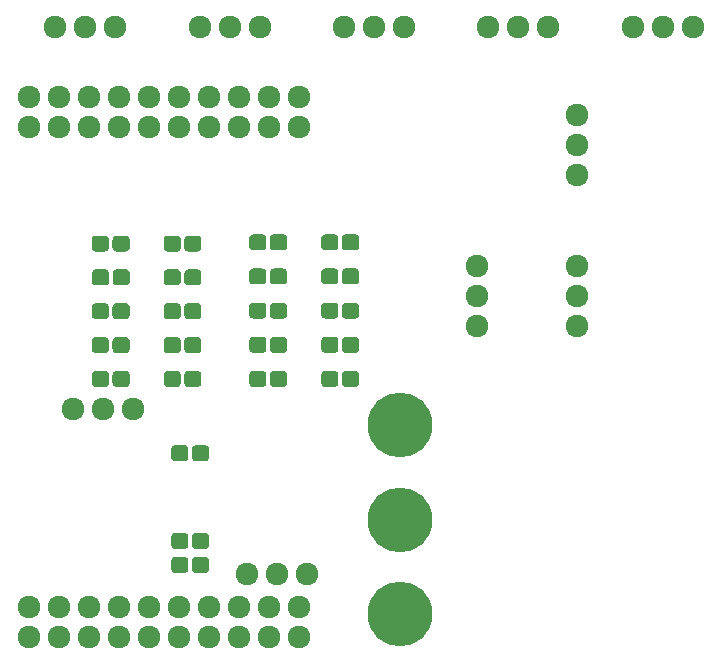
<source format=gbr>
G04 #@! TF.GenerationSoftware,KiCad,Pcbnew,(5.0.0)*
G04 #@! TF.CreationDate,2018-12-16T13:09:34-06:00*
G04 #@! TF.ProjectId,ShimbleBoard_Hardware,5368696D626C65426F6172645F486172,rev?*
G04 #@! TF.SameCoordinates,Original*
G04 #@! TF.FileFunction,Soldermask,Top*
G04 #@! TF.FilePolarity,Negative*
%FSLAX46Y46*%
G04 Gerber Fmt 4.6, Leading zero omitted, Abs format (unit mm)*
G04 Created by KiCad (PCBNEW (5.0.0)) date 12/16/18 13:09:34*
%MOMM*%
%LPD*%
G01*
G04 APERTURE LIST*
%ADD10C,1.924000*%
%ADD11C,5.480000*%
%ADD12C,1.920000*%
%ADD13C,0.100000*%
%ADD14C,1.350000*%
G04 APERTURE END LIST*
D10*
G04 #@! TO.C,Conn6*
X145415000Y-75073001D03*
X147955000Y-75073001D03*
X150495000Y-75073001D03*
G04 #@! TD*
G04 #@! TO.C,Conn2*
X96510001Y-75073001D03*
X99050001Y-75073001D03*
X101590001Y-75073001D03*
G04 #@! TD*
G04 #@! TO.C,Conn3*
X108736250Y-75073001D03*
X111276250Y-75073001D03*
X113816250Y-75073001D03*
G04 #@! TD*
G04 #@! TO.C,Conn4*
X120962499Y-75073001D03*
X123502499Y-75073001D03*
X126042499Y-75073001D03*
G04 #@! TD*
G04 #@! TO.C,Conn5*
X133188748Y-75073001D03*
X135728748Y-75073001D03*
X138268748Y-75073001D03*
G04 #@! TD*
G04 #@! TO.C,Conn7*
X140705043Y-82550000D03*
X140705043Y-85090000D03*
X140705043Y-87630000D03*
G04 #@! TD*
G04 #@! TO.C,Conn8*
X140705043Y-95334522D03*
X140705043Y-97874522D03*
X140705043Y-100414522D03*
G04 #@! TD*
D11*
G04 #@! TO.C,Conn1*
X125704600Y-124840000D03*
X125704600Y-116839000D03*
X125704600Y-108840000D03*
G04 #@! TD*
D10*
G04 #@! TO.C,U2*
X103124000Y-107442000D03*
X100584000Y-107442000D03*
X98044000Y-107442000D03*
G04 #@! TD*
D12*
G04 #@! TO.C,U1*
X99339001Y-81025001D03*
X96799001Y-81025001D03*
X94259001Y-81025001D03*
X117119001Y-83565001D03*
X114579001Y-83565001D03*
X112039001Y-83565001D03*
X109499001Y-83565001D03*
X106959001Y-83565001D03*
X104419001Y-83565001D03*
X101879001Y-83565001D03*
X99339001Y-83565001D03*
X96799001Y-83565001D03*
X94259001Y-83565001D03*
X117119001Y-126745001D03*
X112039001Y-126745001D03*
X106959001Y-126745001D03*
X104419001Y-126745001D03*
X101879001Y-126745001D03*
X99339001Y-126745001D03*
X96799001Y-126745001D03*
X117119001Y-124205001D03*
X112039001Y-124205001D03*
X101879001Y-124205001D03*
X99339001Y-124205001D03*
X96799001Y-124205001D03*
X94259001Y-124205001D03*
X106959001Y-124205001D03*
X109499001Y-124205001D03*
X114579001Y-126745001D03*
X101879001Y-81025001D03*
X104419001Y-81025001D03*
X114579001Y-124205001D03*
X109499001Y-126745001D03*
X112039001Y-81025001D03*
X109499001Y-81025001D03*
X104419001Y-124205001D03*
X106959001Y-81025001D03*
X114579001Y-81025001D03*
X117119001Y-81025001D03*
X94259001Y-126745001D03*
G04 #@! TD*
D13*
G04 #@! TO.C,C4*
G36*
X109245581Y-110527825D02*
X109278343Y-110532685D01*
X109310471Y-110540733D01*
X109341656Y-110551891D01*
X109371596Y-110566052D01*
X109400005Y-110583079D01*
X109426608Y-110602809D01*
X109451149Y-110625051D01*
X109473391Y-110649592D01*
X109493121Y-110676195D01*
X109510148Y-110704604D01*
X109524309Y-110734544D01*
X109535467Y-110765729D01*
X109543515Y-110797857D01*
X109548375Y-110830619D01*
X109550000Y-110863700D01*
X109550000Y-111538700D01*
X109548375Y-111571781D01*
X109543515Y-111604543D01*
X109535467Y-111636671D01*
X109524309Y-111667856D01*
X109510148Y-111697796D01*
X109493121Y-111726205D01*
X109473391Y-111752808D01*
X109451149Y-111777349D01*
X109426608Y-111799591D01*
X109400005Y-111819321D01*
X109371596Y-111836348D01*
X109341656Y-111850509D01*
X109310471Y-111861667D01*
X109278343Y-111869715D01*
X109245581Y-111874575D01*
X109212500Y-111876200D01*
X108437500Y-111876200D01*
X108404419Y-111874575D01*
X108371657Y-111869715D01*
X108339529Y-111861667D01*
X108308344Y-111850509D01*
X108278404Y-111836348D01*
X108249995Y-111819321D01*
X108223392Y-111799591D01*
X108198851Y-111777349D01*
X108176609Y-111752808D01*
X108156879Y-111726205D01*
X108139852Y-111697796D01*
X108125691Y-111667856D01*
X108114533Y-111636671D01*
X108106485Y-111604543D01*
X108101625Y-111571781D01*
X108100000Y-111538700D01*
X108100000Y-110863700D01*
X108101625Y-110830619D01*
X108106485Y-110797857D01*
X108114533Y-110765729D01*
X108125691Y-110734544D01*
X108139852Y-110704604D01*
X108156879Y-110676195D01*
X108176609Y-110649592D01*
X108198851Y-110625051D01*
X108223392Y-110602809D01*
X108249995Y-110583079D01*
X108278404Y-110566052D01*
X108308344Y-110551891D01*
X108339529Y-110540733D01*
X108371657Y-110532685D01*
X108404419Y-110527825D01*
X108437500Y-110526200D01*
X109212500Y-110526200D01*
X109245581Y-110527825D01*
X109245581Y-110527825D01*
G37*
D14*
X108825000Y-111201200D03*
D13*
G36*
X107495581Y-110527825D02*
X107528343Y-110532685D01*
X107560471Y-110540733D01*
X107591656Y-110551891D01*
X107621596Y-110566052D01*
X107650005Y-110583079D01*
X107676608Y-110602809D01*
X107701149Y-110625051D01*
X107723391Y-110649592D01*
X107743121Y-110676195D01*
X107760148Y-110704604D01*
X107774309Y-110734544D01*
X107785467Y-110765729D01*
X107793515Y-110797857D01*
X107798375Y-110830619D01*
X107800000Y-110863700D01*
X107800000Y-111538700D01*
X107798375Y-111571781D01*
X107793515Y-111604543D01*
X107785467Y-111636671D01*
X107774309Y-111667856D01*
X107760148Y-111697796D01*
X107743121Y-111726205D01*
X107723391Y-111752808D01*
X107701149Y-111777349D01*
X107676608Y-111799591D01*
X107650005Y-111819321D01*
X107621596Y-111836348D01*
X107591656Y-111850509D01*
X107560471Y-111861667D01*
X107528343Y-111869715D01*
X107495581Y-111874575D01*
X107462500Y-111876200D01*
X106687500Y-111876200D01*
X106654419Y-111874575D01*
X106621657Y-111869715D01*
X106589529Y-111861667D01*
X106558344Y-111850509D01*
X106528404Y-111836348D01*
X106499995Y-111819321D01*
X106473392Y-111799591D01*
X106448851Y-111777349D01*
X106426609Y-111752808D01*
X106406879Y-111726205D01*
X106389852Y-111697796D01*
X106375691Y-111667856D01*
X106364533Y-111636671D01*
X106356485Y-111604543D01*
X106351625Y-111571781D01*
X106350000Y-111538700D01*
X106350000Y-110863700D01*
X106351625Y-110830619D01*
X106356485Y-110797857D01*
X106364533Y-110765729D01*
X106375691Y-110734544D01*
X106389852Y-110704604D01*
X106406879Y-110676195D01*
X106426609Y-110649592D01*
X106448851Y-110625051D01*
X106473392Y-110602809D01*
X106499995Y-110583079D01*
X106528404Y-110566052D01*
X106558344Y-110551891D01*
X106589529Y-110540733D01*
X106621657Y-110532685D01*
X106654419Y-110527825D01*
X106687500Y-110526200D01*
X107462500Y-110526200D01*
X107495581Y-110527825D01*
X107495581Y-110527825D01*
G37*
D14*
X107075000Y-111201200D03*
G04 #@! TD*
D13*
G04 #@! TO.C,R7*
G36*
X115849581Y-92671625D02*
X115882343Y-92676485D01*
X115914471Y-92684533D01*
X115945656Y-92695691D01*
X115975596Y-92709852D01*
X116004005Y-92726879D01*
X116030608Y-92746609D01*
X116055149Y-92768851D01*
X116077391Y-92793392D01*
X116097121Y-92819995D01*
X116114148Y-92848404D01*
X116128309Y-92878344D01*
X116139467Y-92909529D01*
X116147515Y-92941657D01*
X116152375Y-92974419D01*
X116154000Y-93007500D01*
X116154000Y-93682500D01*
X116152375Y-93715581D01*
X116147515Y-93748343D01*
X116139467Y-93780471D01*
X116128309Y-93811656D01*
X116114148Y-93841596D01*
X116097121Y-93870005D01*
X116077391Y-93896608D01*
X116055149Y-93921149D01*
X116030608Y-93943391D01*
X116004005Y-93963121D01*
X115975596Y-93980148D01*
X115945656Y-93994309D01*
X115914471Y-94005467D01*
X115882343Y-94013515D01*
X115849581Y-94018375D01*
X115816500Y-94020000D01*
X115041500Y-94020000D01*
X115008419Y-94018375D01*
X114975657Y-94013515D01*
X114943529Y-94005467D01*
X114912344Y-93994309D01*
X114882404Y-93980148D01*
X114853995Y-93963121D01*
X114827392Y-93943391D01*
X114802851Y-93921149D01*
X114780609Y-93896608D01*
X114760879Y-93870005D01*
X114743852Y-93841596D01*
X114729691Y-93811656D01*
X114718533Y-93780471D01*
X114710485Y-93748343D01*
X114705625Y-93715581D01*
X114704000Y-93682500D01*
X114704000Y-93007500D01*
X114705625Y-92974419D01*
X114710485Y-92941657D01*
X114718533Y-92909529D01*
X114729691Y-92878344D01*
X114743852Y-92848404D01*
X114760879Y-92819995D01*
X114780609Y-92793392D01*
X114802851Y-92768851D01*
X114827392Y-92746609D01*
X114853995Y-92726879D01*
X114882404Y-92709852D01*
X114912344Y-92695691D01*
X114943529Y-92684533D01*
X114975657Y-92676485D01*
X115008419Y-92671625D01*
X115041500Y-92670000D01*
X115816500Y-92670000D01*
X115849581Y-92671625D01*
X115849581Y-92671625D01*
G37*
D14*
X115429000Y-93345000D03*
D13*
G36*
X114099581Y-92671625D02*
X114132343Y-92676485D01*
X114164471Y-92684533D01*
X114195656Y-92695691D01*
X114225596Y-92709852D01*
X114254005Y-92726879D01*
X114280608Y-92746609D01*
X114305149Y-92768851D01*
X114327391Y-92793392D01*
X114347121Y-92819995D01*
X114364148Y-92848404D01*
X114378309Y-92878344D01*
X114389467Y-92909529D01*
X114397515Y-92941657D01*
X114402375Y-92974419D01*
X114404000Y-93007500D01*
X114404000Y-93682500D01*
X114402375Y-93715581D01*
X114397515Y-93748343D01*
X114389467Y-93780471D01*
X114378309Y-93811656D01*
X114364148Y-93841596D01*
X114347121Y-93870005D01*
X114327391Y-93896608D01*
X114305149Y-93921149D01*
X114280608Y-93943391D01*
X114254005Y-93963121D01*
X114225596Y-93980148D01*
X114195656Y-93994309D01*
X114164471Y-94005467D01*
X114132343Y-94013515D01*
X114099581Y-94018375D01*
X114066500Y-94020000D01*
X113291500Y-94020000D01*
X113258419Y-94018375D01*
X113225657Y-94013515D01*
X113193529Y-94005467D01*
X113162344Y-93994309D01*
X113132404Y-93980148D01*
X113103995Y-93963121D01*
X113077392Y-93943391D01*
X113052851Y-93921149D01*
X113030609Y-93896608D01*
X113010879Y-93870005D01*
X112993852Y-93841596D01*
X112979691Y-93811656D01*
X112968533Y-93780471D01*
X112960485Y-93748343D01*
X112955625Y-93715581D01*
X112954000Y-93682500D01*
X112954000Y-93007500D01*
X112955625Y-92974419D01*
X112960485Y-92941657D01*
X112968533Y-92909529D01*
X112979691Y-92878344D01*
X112993852Y-92848404D01*
X113010879Y-92819995D01*
X113030609Y-92793392D01*
X113052851Y-92768851D01*
X113077392Y-92746609D01*
X113103995Y-92726879D01*
X113132404Y-92709852D01*
X113162344Y-92695691D01*
X113193529Y-92684533D01*
X113225657Y-92676485D01*
X113258419Y-92671625D01*
X113291500Y-92670000D01*
X114066500Y-92670000D01*
X114099581Y-92671625D01*
X114099581Y-92671625D01*
G37*
D14*
X113679000Y-93345000D03*
G04 #@! TD*
D10*
G04 #@! TO.C,Conn9*
X132207000Y-100393500D03*
X132207000Y-97853500D03*
X132207000Y-95313500D03*
G04 #@! TD*
D13*
G04 #@! TO.C,C3*
G36*
X109245581Y-119976625D02*
X109278343Y-119981485D01*
X109310471Y-119989533D01*
X109341656Y-120000691D01*
X109371596Y-120014852D01*
X109400005Y-120031879D01*
X109426608Y-120051609D01*
X109451149Y-120073851D01*
X109473391Y-120098392D01*
X109493121Y-120124995D01*
X109510148Y-120153404D01*
X109524309Y-120183344D01*
X109535467Y-120214529D01*
X109543515Y-120246657D01*
X109548375Y-120279419D01*
X109550000Y-120312500D01*
X109550000Y-120987500D01*
X109548375Y-121020581D01*
X109543515Y-121053343D01*
X109535467Y-121085471D01*
X109524309Y-121116656D01*
X109510148Y-121146596D01*
X109493121Y-121175005D01*
X109473391Y-121201608D01*
X109451149Y-121226149D01*
X109426608Y-121248391D01*
X109400005Y-121268121D01*
X109371596Y-121285148D01*
X109341656Y-121299309D01*
X109310471Y-121310467D01*
X109278343Y-121318515D01*
X109245581Y-121323375D01*
X109212500Y-121325000D01*
X108437500Y-121325000D01*
X108404419Y-121323375D01*
X108371657Y-121318515D01*
X108339529Y-121310467D01*
X108308344Y-121299309D01*
X108278404Y-121285148D01*
X108249995Y-121268121D01*
X108223392Y-121248391D01*
X108198851Y-121226149D01*
X108176609Y-121201608D01*
X108156879Y-121175005D01*
X108139852Y-121146596D01*
X108125691Y-121116656D01*
X108114533Y-121085471D01*
X108106485Y-121053343D01*
X108101625Y-121020581D01*
X108100000Y-120987500D01*
X108100000Y-120312500D01*
X108101625Y-120279419D01*
X108106485Y-120246657D01*
X108114533Y-120214529D01*
X108125691Y-120183344D01*
X108139852Y-120153404D01*
X108156879Y-120124995D01*
X108176609Y-120098392D01*
X108198851Y-120073851D01*
X108223392Y-120051609D01*
X108249995Y-120031879D01*
X108278404Y-120014852D01*
X108308344Y-120000691D01*
X108339529Y-119989533D01*
X108371657Y-119981485D01*
X108404419Y-119976625D01*
X108437500Y-119975000D01*
X109212500Y-119975000D01*
X109245581Y-119976625D01*
X109245581Y-119976625D01*
G37*
D14*
X108825000Y-120650000D03*
D13*
G36*
X107495581Y-119976625D02*
X107528343Y-119981485D01*
X107560471Y-119989533D01*
X107591656Y-120000691D01*
X107621596Y-120014852D01*
X107650005Y-120031879D01*
X107676608Y-120051609D01*
X107701149Y-120073851D01*
X107723391Y-120098392D01*
X107743121Y-120124995D01*
X107760148Y-120153404D01*
X107774309Y-120183344D01*
X107785467Y-120214529D01*
X107793515Y-120246657D01*
X107798375Y-120279419D01*
X107800000Y-120312500D01*
X107800000Y-120987500D01*
X107798375Y-121020581D01*
X107793515Y-121053343D01*
X107785467Y-121085471D01*
X107774309Y-121116656D01*
X107760148Y-121146596D01*
X107743121Y-121175005D01*
X107723391Y-121201608D01*
X107701149Y-121226149D01*
X107676608Y-121248391D01*
X107650005Y-121268121D01*
X107621596Y-121285148D01*
X107591656Y-121299309D01*
X107560471Y-121310467D01*
X107528343Y-121318515D01*
X107495581Y-121323375D01*
X107462500Y-121325000D01*
X106687500Y-121325000D01*
X106654419Y-121323375D01*
X106621657Y-121318515D01*
X106589529Y-121310467D01*
X106558344Y-121299309D01*
X106528404Y-121285148D01*
X106499995Y-121268121D01*
X106473392Y-121248391D01*
X106448851Y-121226149D01*
X106426609Y-121201608D01*
X106406879Y-121175005D01*
X106389852Y-121146596D01*
X106375691Y-121116656D01*
X106364533Y-121085471D01*
X106356485Y-121053343D01*
X106351625Y-121020581D01*
X106350000Y-120987500D01*
X106350000Y-120312500D01*
X106351625Y-120279419D01*
X106356485Y-120246657D01*
X106364533Y-120214529D01*
X106375691Y-120183344D01*
X106389852Y-120153404D01*
X106406879Y-120124995D01*
X106426609Y-120098392D01*
X106448851Y-120073851D01*
X106473392Y-120051609D01*
X106499995Y-120031879D01*
X106528404Y-120014852D01*
X106558344Y-120000691D01*
X106589529Y-119989533D01*
X106621657Y-119981485D01*
X106654419Y-119976625D01*
X106687500Y-119975000D01*
X107462500Y-119975000D01*
X107495581Y-119976625D01*
X107495581Y-119976625D01*
G37*
D14*
X107075000Y-120650000D03*
G04 #@! TD*
D13*
G04 #@! TO.C,D3*
G36*
X106846581Y-104228622D02*
X106879343Y-104233482D01*
X106911471Y-104241530D01*
X106942656Y-104252688D01*
X106972596Y-104266849D01*
X107001005Y-104283876D01*
X107027608Y-104303606D01*
X107052149Y-104325848D01*
X107074391Y-104350389D01*
X107094121Y-104376992D01*
X107111148Y-104405401D01*
X107125309Y-104435341D01*
X107136467Y-104466526D01*
X107144515Y-104498654D01*
X107149375Y-104531416D01*
X107151000Y-104564497D01*
X107151000Y-105239497D01*
X107149375Y-105272578D01*
X107144515Y-105305340D01*
X107136467Y-105337468D01*
X107125309Y-105368653D01*
X107111148Y-105398593D01*
X107094121Y-105427002D01*
X107074391Y-105453605D01*
X107052149Y-105478146D01*
X107027608Y-105500388D01*
X107001005Y-105520118D01*
X106972596Y-105537145D01*
X106942656Y-105551306D01*
X106911471Y-105562464D01*
X106879343Y-105570512D01*
X106846581Y-105575372D01*
X106813500Y-105576997D01*
X106038500Y-105576997D01*
X106005419Y-105575372D01*
X105972657Y-105570512D01*
X105940529Y-105562464D01*
X105909344Y-105551306D01*
X105879404Y-105537145D01*
X105850995Y-105520118D01*
X105824392Y-105500388D01*
X105799851Y-105478146D01*
X105777609Y-105453605D01*
X105757879Y-105427002D01*
X105740852Y-105398593D01*
X105726691Y-105368653D01*
X105715533Y-105337468D01*
X105707485Y-105305340D01*
X105702625Y-105272578D01*
X105701000Y-105239497D01*
X105701000Y-104564497D01*
X105702625Y-104531416D01*
X105707485Y-104498654D01*
X105715533Y-104466526D01*
X105726691Y-104435341D01*
X105740852Y-104405401D01*
X105757879Y-104376992D01*
X105777609Y-104350389D01*
X105799851Y-104325848D01*
X105824392Y-104303606D01*
X105850995Y-104283876D01*
X105879404Y-104266849D01*
X105909344Y-104252688D01*
X105940529Y-104241530D01*
X105972657Y-104233482D01*
X106005419Y-104228622D01*
X106038500Y-104226997D01*
X106813500Y-104226997D01*
X106846581Y-104228622D01*
X106846581Y-104228622D01*
G37*
D14*
X106426000Y-104901997D03*
D13*
G36*
X108596581Y-104228622D02*
X108629343Y-104233482D01*
X108661471Y-104241530D01*
X108692656Y-104252688D01*
X108722596Y-104266849D01*
X108751005Y-104283876D01*
X108777608Y-104303606D01*
X108802149Y-104325848D01*
X108824391Y-104350389D01*
X108844121Y-104376992D01*
X108861148Y-104405401D01*
X108875309Y-104435341D01*
X108886467Y-104466526D01*
X108894515Y-104498654D01*
X108899375Y-104531416D01*
X108901000Y-104564497D01*
X108901000Y-105239497D01*
X108899375Y-105272578D01*
X108894515Y-105305340D01*
X108886467Y-105337468D01*
X108875309Y-105368653D01*
X108861148Y-105398593D01*
X108844121Y-105427002D01*
X108824391Y-105453605D01*
X108802149Y-105478146D01*
X108777608Y-105500388D01*
X108751005Y-105520118D01*
X108722596Y-105537145D01*
X108692656Y-105551306D01*
X108661471Y-105562464D01*
X108629343Y-105570512D01*
X108596581Y-105575372D01*
X108563500Y-105576997D01*
X107788500Y-105576997D01*
X107755419Y-105575372D01*
X107722657Y-105570512D01*
X107690529Y-105562464D01*
X107659344Y-105551306D01*
X107629404Y-105537145D01*
X107600995Y-105520118D01*
X107574392Y-105500388D01*
X107549851Y-105478146D01*
X107527609Y-105453605D01*
X107507879Y-105427002D01*
X107490852Y-105398593D01*
X107476691Y-105368653D01*
X107465533Y-105337468D01*
X107457485Y-105305340D01*
X107452625Y-105272578D01*
X107451000Y-105239497D01*
X107451000Y-104564497D01*
X107452625Y-104531416D01*
X107457485Y-104498654D01*
X107465533Y-104466526D01*
X107476691Y-104435341D01*
X107490852Y-104405401D01*
X107507879Y-104376992D01*
X107527609Y-104350389D01*
X107549851Y-104325848D01*
X107574392Y-104303606D01*
X107600995Y-104283876D01*
X107629404Y-104266849D01*
X107659344Y-104252688D01*
X107690529Y-104241530D01*
X107722657Y-104233482D01*
X107755419Y-104228622D01*
X107788500Y-104226997D01*
X108563500Y-104226997D01*
X108596581Y-104228622D01*
X108596581Y-104228622D01*
G37*
D14*
X108176000Y-104901997D03*
G04 #@! TD*
D13*
G04 #@! TO.C,D4*
G36*
X120195581Y-104228622D02*
X120228343Y-104233482D01*
X120260471Y-104241530D01*
X120291656Y-104252688D01*
X120321596Y-104266849D01*
X120350005Y-104283876D01*
X120376608Y-104303606D01*
X120401149Y-104325848D01*
X120423391Y-104350389D01*
X120443121Y-104376992D01*
X120460148Y-104405401D01*
X120474309Y-104435341D01*
X120485467Y-104466526D01*
X120493515Y-104498654D01*
X120498375Y-104531416D01*
X120500000Y-104564497D01*
X120500000Y-105239497D01*
X120498375Y-105272578D01*
X120493515Y-105305340D01*
X120485467Y-105337468D01*
X120474309Y-105368653D01*
X120460148Y-105398593D01*
X120443121Y-105427002D01*
X120423391Y-105453605D01*
X120401149Y-105478146D01*
X120376608Y-105500388D01*
X120350005Y-105520118D01*
X120321596Y-105537145D01*
X120291656Y-105551306D01*
X120260471Y-105562464D01*
X120228343Y-105570512D01*
X120195581Y-105575372D01*
X120162500Y-105576997D01*
X119387500Y-105576997D01*
X119354419Y-105575372D01*
X119321657Y-105570512D01*
X119289529Y-105562464D01*
X119258344Y-105551306D01*
X119228404Y-105537145D01*
X119199995Y-105520118D01*
X119173392Y-105500388D01*
X119148851Y-105478146D01*
X119126609Y-105453605D01*
X119106879Y-105427002D01*
X119089852Y-105398593D01*
X119075691Y-105368653D01*
X119064533Y-105337468D01*
X119056485Y-105305340D01*
X119051625Y-105272578D01*
X119050000Y-105239497D01*
X119050000Y-104564497D01*
X119051625Y-104531416D01*
X119056485Y-104498654D01*
X119064533Y-104466526D01*
X119075691Y-104435341D01*
X119089852Y-104405401D01*
X119106879Y-104376992D01*
X119126609Y-104350389D01*
X119148851Y-104325848D01*
X119173392Y-104303606D01*
X119199995Y-104283876D01*
X119228404Y-104266849D01*
X119258344Y-104252688D01*
X119289529Y-104241530D01*
X119321657Y-104233482D01*
X119354419Y-104228622D01*
X119387500Y-104226997D01*
X120162500Y-104226997D01*
X120195581Y-104228622D01*
X120195581Y-104228622D01*
G37*
D14*
X119775000Y-104901997D03*
D13*
G36*
X121945581Y-104228622D02*
X121978343Y-104233482D01*
X122010471Y-104241530D01*
X122041656Y-104252688D01*
X122071596Y-104266849D01*
X122100005Y-104283876D01*
X122126608Y-104303606D01*
X122151149Y-104325848D01*
X122173391Y-104350389D01*
X122193121Y-104376992D01*
X122210148Y-104405401D01*
X122224309Y-104435341D01*
X122235467Y-104466526D01*
X122243515Y-104498654D01*
X122248375Y-104531416D01*
X122250000Y-104564497D01*
X122250000Y-105239497D01*
X122248375Y-105272578D01*
X122243515Y-105305340D01*
X122235467Y-105337468D01*
X122224309Y-105368653D01*
X122210148Y-105398593D01*
X122193121Y-105427002D01*
X122173391Y-105453605D01*
X122151149Y-105478146D01*
X122126608Y-105500388D01*
X122100005Y-105520118D01*
X122071596Y-105537145D01*
X122041656Y-105551306D01*
X122010471Y-105562464D01*
X121978343Y-105570512D01*
X121945581Y-105575372D01*
X121912500Y-105576997D01*
X121137500Y-105576997D01*
X121104419Y-105575372D01*
X121071657Y-105570512D01*
X121039529Y-105562464D01*
X121008344Y-105551306D01*
X120978404Y-105537145D01*
X120949995Y-105520118D01*
X120923392Y-105500388D01*
X120898851Y-105478146D01*
X120876609Y-105453605D01*
X120856879Y-105427002D01*
X120839852Y-105398593D01*
X120825691Y-105368653D01*
X120814533Y-105337468D01*
X120806485Y-105305340D01*
X120801625Y-105272578D01*
X120800000Y-105239497D01*
X120800000Y-104564497D01*
X120801625Y-104531416D01*
X120806485Y-104498654D01*
X120814533Y-104466526D01*
X120825691Y-104435341D01*
X120839852Y-104405401D01*
X120856879Y-104376992D01*
X120876609Y-104350389D01*
X120898851Y-104325848D01*
X120923392Y-104303606D01*
X120949995Y-104283876D01*
X120978404Y-104266849D01*
X121008344Y-104252688D01*
X121039529Y-104241530D01*
X121071657Y-104233482D01*
X121104419Y-104228622D01*
X121137500Y-104226997D01*
X121912500Y-104226997D01*
X121945581Y-104228622D01*
X121945581Y-104228622D01*
G37*
D14*
X121525000Y-104901997D03*
G04 #@! TD*
D13*
G04 #@! TO.C,D5*
G36*
X106846581Y-92773958D02*
X106879343Y-92778818D01*
X106911471Y-92786866D01*
X106942656Y-92798024D01*
X106972596Y-92812185D01*
X107001005Y-92829212D01*
X107027608Y-92848942D01*
X107052149Y-92871184D01*
X107074391Y-92895725D01*
X107094121Y-92922328D01*
X107111148Y-92950737D01*
X107125309Y-92980677D01*
X107136467Y-93011862D01*
X107144515Y-93043990D01*
X107149375Y-93076752D01*
X107151000Y-93109833D01*
X107151000Y-93784833D01*
X107149375Y-93817914D01*
X107144515Y-93850676D01*
X107136467Y-93882804D01*
X107125309Y-93913989D01*
X107111148Y-93943929D01*
X107094121Y-93972338D01*
X107074391Y-93998941D01*
X107052149Y-94023482D01*
X107027608Y-94045724D01*
X107001005Y-94065454D01*
X106972596Y-94082481D01*
X106942656Y-94096642D01*
X106911471Y-94107800D01*
X106879343Y-94115848D01*
X106846581Y-94120708D01*
X106813500Y-94122333D01*
X106038500Y-94122333D01*
X106005419Y-94120708D01*
X105972657Y-94115848D01*
X105940529Y-94107800D01*
X105909344Y-94096642D01*
X105879404Y-94082481D01*
X105850995Y-94065454D01*
X105824392Y-94045724D01*
X105799851Y-94023482D01*
X105777609Y-93998941D01*
X105757879Y-93972338D01*
X105740852Y-93943929D01*
X105726691Y-93913989D01*
X105715533Y-93882804D01*
X105707485Y-93850676D01*
X105702625Y-93817914D01*
X105701000Y-93784833D01*
X105701000Y-93109833D01*
X105702625Y-93076752D01*
X105707485Y-93043990D01*
X105715533Y-93011862D01*
X105726691Y-92980677D01*
X105740852Y-92950737D01*
X105757879Y-92922328D01*
X105777609Y-92895725D01*
X105799851Y-92871184D01*
X105824392Y-92848942D01*
X105850995Y-92829212D01*
X105879404Y-92812185D01*
X105909344Y-92798024D01*
X105940529Y-92786866D01*
X105972657Y-92778818D01*
X106005419Y-92773958D01*
X106038500Y-92772333D01*
X106813500Y-92772333D01*
X106846581Y-92773958D01*
X106846581Y-92773958D01*
G37*
D14*
X106426000Y-93447333D03*
D13*
G36*
X108596581Y-92773958D02*
X108629343Y-92778818D01*
X108661471Y-92786866D01*
X108692656Y-92798024D01*
X108722596Y-92812185D01*
X108751005Y-92829212D01*
X108777608Y-92848942D01*
X108802149Y-92871184D01*
X108824391Y-92895725D01*
X108844121Y-92922328D01*
X108861148Y-92950737D01*
X108875309Y-92980677D01*
X108886467Y-93011862D01*
X108894515Y-93043990D01*
X108899375Y-93076752D01*
X108901000Y-93109833D01*
X108901000Y-93784833D01*
X108899375Y-93817914D01*
X108894515Y-93850676D01*
X108886467Y-93882804D01*
X108875309Y-93913989D01*
X108861148Y-93943929D01*
X108844121Y-93972338D01*
X108824391Y-93998941D01*
X108802149Y-94023482D01*
X108777608Y-94045724D01*
X108751005Y-94065454D01*
X108722596Y-94082481D01*
X108692656Y-94096642D01*
X108661471Y-94107800D01*
X108629343Y-94115848D01*
X108596581Y-94120708D01*
X108563500Y-94122333D01*
X107788500Y-94122333D01*
X107755419Y-94120708D01*
X107722657Y-94115848D01*
X107690529Y-94107800D01*
X107659344Y-94096642D01*
X107629404Y-94082481D01*
X107600995Y-94065454D01*
X107574392Y-94045724D01*
X107549851Y-94023482D01*
X107527609Y-93998941D01*
X107507879Y-93972338D01*
X107490852Y-93943929D01*
X107476691Y-93913989D01*
X107465533Y-93882804D01*
X107457485Y-93850676D01*
X107452625Y-93817914D01*
X107451000Y-93784833D01*
X107451000Y-93109833D01*
X107452625Y-93076752D01*
X107457485Y-93043990D01*
X107465533Y-93011862D01*
X107476691Y-92980677D01*
X107490852Y-92950737D01*
X107507879Y-92922328D01*
X107527609Y-92895725D01*
X107549851Y-92871184D01*
X107574392Y-92848942D01*
X107600995Y-92829212D01*
X107629404Y-92812185D01*
X107659344Y-92798024D01*
X107690529Y-92786866D01*
X107722657Y-92778818D01*
X107755419Y-92773958D01*
X107788500Y-92772333D01*
X108563500Y-92772333D01*
X108596581Y-92773958D01*
X108596581Y-92773958D01*
G37*
D14*
X108176000Y-93447333D03*
G04 #@! TD*
D13*
G04 #@! TO.C,D6*
G36*
X106846581Y-95637624D02*
X106879343Y-95642484D01*
X106911471Y-95650532D01*
X106942656Y-95661690D01*
X106972596Y-95675851D01*
X107001005Y-95692878D01*
X107027608Y-95712608D01*
X107052149Y-95734850D01*
X107074391Y-95759391D01*
X107094121Y-95785994D01*
X107111148Y-95814403D01*
X107125309Y-95844343D01*
X107136467Y-95875528D01*
X107144515Y-95907656D01*
X107149375Y-95940418D01*
X107151000Y-95973499D01*
X107151000Y-96648499D01*
X107149375Y-96681580D01*
X107144515Y-96714342D01*
X107136467Y-96746470D01*
X107125309Y-96777655D01*
X107111148Y-96807595D01*
X107094121Y-96836004D01*
X107074391Y-96862607D01*
X107052149Y-96887148D01*
X107027608Y-96909390D01*
X107001005Y-96929120D01*
X106972596Y-96946147D01*
X106942656Y-96960308D01*
X106911471Y-96971466D01*
X106879343Y-96979514D01*
X106846581Y-96984374D01*
X106813500Y-96985999D01*
X106038500Y-96985999D01*
X106005419Y-96984374D01*
X105972657Y-96979514D01*
X105940529Y-96971466D01*
X105909344Y-96960308D01*
X105879404Y-96946147D01*
X105850995Y-96929120D01*
X105824392Y-96909390D01*
X105799851Y-96887148D01*
X105777609Y-96862607D01*
X105757879Y-96836004D01*
X105740852Y-96807595D01*
X105726691Y-96777655D01*
X105715533Y-96746470D01*
X105707485Y-96714342D01*
X105702625Y-96681580D01*
X105701000Y-96648499D01*
X105701000Y-95973499D01*
X105702625Y-95940418D01*
X105707485Y-95907656D01*
X105715533Y-95875528D01*
X105726691Y-95844343D01*
X105740852Y-95814403D01*
X105757879Y-95785994D01*
X105777609Y-95759391D01*
X105799851Y-95734850D01*
X105824392Y-95712608D01*
X105850995Y-95692878D01*
X105879404Y-95675851D01*
X105909344Y-95661690D01*
X105940529Y-95650532D01*
X105972657Y-95642484D01*
X106005419Y-95637624D01*
X106038500Y-95635999D01*
X106813500Y-95635999D01*
X106846581Y-95637624D01*
X106846581Y-95637624D01*
G37*
D14*
X106426000Y-96310999D03*
D13*
G36*
X108596581Y-95637624D02*
X108629343Y-95642484D01*
X108661471Y-95650532D01*
X108692656Y-95661690D01*
X108722596Y-95675851D01*
X108751005Y-95692878D01*
X108777608Y-95712608D01*
X108802149Y-95734850D01*
X108824391Y-95759391D01*
X108844121Y-95785994D01*
X108861148Y-95814403D01*
X108875309Y-95844343D01*
X108886467Y-95875528D01*
X108894515Y-95907656D01*
X108899375Y-95940418D01*
X108901000Y-95973499D01*
X108901000Y-96648499D01*
X108899375Y-96681580D01*
X108894515Y-96714342D01*
X108886467Y-96746470D01*
X108875309Y-96777655D01*
X108861148Y-96807595D01*
X108844121Y-96836004D01*
X108824391Y-96862607D01*
X108802149Y-96887148D01*
X108777608Y-96909390D01*
X108751005Y-96929120D01*
X108722596Y-96946147D01*
X108692656Y-96960308D01*
X108661471Y-96971466D01*
X108629343Y-96979514D01*
X108596581Y-96984374D01*
X108563500Y-96985999D01*
X107788500Y-96985999D01*
X107755419Y-96984374D01*
X107722657Y-96979514D01*
X107690529Y-96971466D01*
X107659344Y-96960308D01*
X107629404Y-96946147D01*
X107600995Y-96929120D01*
X107574392Y-96909390D01*
X107549851Y-96887148D01*
X107527609Y-96862607D01*
X107507879Y-96836004D01*
X107490852Y-96807595D01*
X107476691Y-96777655D01*
X107465533Y-96746470D01*
X107457485Y-96714342D01*
X107452625Y-96681580D01*
X107451000Y-96648499D01*
X107451000Y-95973499D01*
X107452625Y-95940418D01*
X107457485Y-95907656D01*
X107465533Y-95875528D01*
X107476691Y-95844343D01*
X107490852Y-95814403D01*
X107507879Y-95785994D01*
X107527609Y-95759391D01*
X107549851Y-95734850D01*
X107574392Y-95712608D01*
X107600995Y-95692878D01*
X107629404Y-95675851D01*
X107659344Y-95661690D01*
X107690529Y-95650532D01*
X107722657Y-95642484D01*
X107755419Y-95637624D01*
X107788500Y-95635999D01*
X108563500Y-95635999D01*
X108596581Y-95637624D01*
X108596581Y-95637624D01*
G37*
D14*
X108176000Y-96310999D03*
G04 #@! TD*
D13*
G04 #@! TO.C,D7*
G36*
X106846581Y-98501290D02*
X106879343Y-98506150D01*
X106911471Y-98514198D01*
X106942656Y-98525356D01*
X106972596Y-98539517D01*
X107001005Y-98556544D01*
X107027608Y-98576274D01*
X107052149Y-98598516D01*
X107074391Y-98623057D01*
X107094121Y-98649660D01*
X107111148Y-98678069D01*
X107125309Y-98708009D01*
X107136467Y-98739194D01*
X107144515Y-98771322D01*
X107149375Y-98804084D01*
X107151000Y-98837165D01*
X107151000Y-99512165D01*
X107149375Y-99545246D01*
X107144515Y-99578008D01*
X107136467Y-99610136D01*
X107125309Y-99641321D01*
X107111148Y-99671261D01*
X107094121Y-99699670D01*
X107074391Y-99726273D01*
X107052149Y-99750814D01*
X107027608Y-99773056D01*
X107001005Y-99792786D01*
X106972596Y-99809813D01*
X106942656Y-99823974D01*
X106911471Y-99835132D01*
X106879343Y-99843180D01*
X106846581Y-99848040D01*
X106813500Y-99849665D01*
X106038500Y-99849665D01*
X106005419Y-99848040D01*
X105972657Y-99843180D01*
X105940529Y-99835132D01*
X105909344Y-99823974D01*
X105879404Y-99809813D01*
X105850995Y-99792786D01*
X105824392Y-99773056D01*
X105799851Y-99750814D01*
X105777609Y-99726273D01*
X105757879Y-99699670D01*
X105740852Y-99671261D01*
X105726691Y-99641321D01*
X105715533Y-99610136D01*
X105707485Y-99578008D01*
X105702625Y-99545246D01*
X105701000Y-99512165D01*
X105701000Y-98837165D01*
X105702625Y-98804084D01*
X105707485Y-98771322D01*
X105715533Y-98739194D01*
X105726691Y-98708009D01*
X105740852Y-98678069D01*
X105757879Y-98649660D01*
X105777609Y-98623057D01*
X105799851Y-98598516D01*
X105824392Y-98576274D01*
X105850995Y-98556544D01*
X105879404Y-98539517D01*
X105909344Y-98525356D01*
X105940529Y-98514198D01*
X105972657Y-98506150D01*
X106005419Y-98501290D01*
X106038500Y-98499665D01*
X106813500Y-98499665D01*
X106846581Y-98501290D01*
X106846581Y-98501290D01*
G37*
D14*
X106426000Y-99174665D03*
D13*
G36*
X108596581Y-98501290D02*
X108629343Y-98506150D01*
X108661471Y-98514198D01*
X108692656Y-98525356D01*
X108722596Y-98539517D01*
X108751005Y-98556544D01*
X108777608Y-98576274D01*
X108802149Y-98598516D01*
X108824391Y-98623057D01*
X108844121Y-98649660D01*
X108861148Y-98678069D01*
X108875309Y-98708009D01*
X108886467Y-98739194D01*
X108894515Y-98771322D01*
X108899375Y-98804084D01*
X108901000Y-98837165D01*
X108901000Y-99512165D01*
X108899375Y-99545246D01*
X108894515Y-99578008D01*
X108886467Y-99610136D01*
X108875309Y-99641321D01*
X108861148Y-99671261D01*
X108844121Y-99699670D01*
X108824391Y-99726273D01*
X108802149Y-99750814D01*
X108777608Y-99773056D01*
X108751005Y-99792786D01*
X108722596Y-99809813D01*
X108692656Y-99823974D01*
X108661471Y-99835132D01*
X108629343Y-99843180D01*
X108596581Y-99848040D01*
X108563500Y-99849665D01*
X107788500Y-99849665D01*
X107755419Y-99848040D01*
X107722657Y-99843180D01*
X107690529Y-99835132D01*
X107659344Y-99823974D01*
X107629404Y-99809813D01*
X107600995Y-99792786D01*
X107574392Y-99773056D01*
X107549851Y-99750814D01*
X107527609Y-99726273D01*
X107507879Y-99699670D01*
X107490852Y-99671261D01*
X107476691Y-99641321D01*
X107465533Y-99610136D01*
X107457485Y-99578008D01*
X107452625Y-99545246D01*
X107451000Y-99512165D01*
X107451000Y-98837165D01*
X107452625Y-98804084D01*
X107457485Y-98771322D01*
X107465533Y-98739194D01*
X107476691Y-98708009D01*
X107490852Y-98678069D01*
X107507879Y-98649660D01*
X107527609Y-98623057D01*
X107549851Y-98598516D01*
X107574392Y-98576274D01*
X107600995Y-98556544D01*
X107629404Y-98539517D01*
X107659344Y-98525356D01*
X107690529Y-98514198D01*
X107722657Y-98506150D01*
X107755419Y-98501290D01*
X107788500Y-98499665D01*
X108563500Y-98499665D01*
X108596581Y-98501290D01*
X108596581Y-98501290D01*
G37*
D14*
X108176000Y-99174665D03*
G04 #@! TD*
D13*
G04 #@! TO.C,D8*
G36*
X106846581Y-101364956D02*
X106879343Y-101369816D01*
X106911471Y-101377864D01*
X106942656Y-101389022D01*
X106972596Y-101403183D01*
X107001005Y-101420210D01*
X107027608Y-101439940D01*
X107052149Y-101462182D01*
X107074391Y-101486723D01*
X107094121Y-101513326D01*
X107111148Y-101541735D01*
X107125309Y-101571675D01*
X107136467Y-101602860D01*
X107144515Y-101634988D01*
X107149375Y-101667750D01*
X107151000Y-101700831D01*
X107151000Y-102375831D01*
X107149375Y-102408912D01*
X107144515Y-102441674D01*
X107136467Y-102473802D01*
X107125309Y-102504987D01*
X107111148Y-102534927D01*
X107094121Y-102563336D01*
X107074391Y-102589939D01*
X107052149Y-102614480D01*
X107027608Y-102636722D01*
X107001005Y-102656452D01*
X106972596Y-102673479D01*
X106942656Y-102687640D01*
X106911471Y-102698798D01*
X106879343Y-102706846D01*
X106846581Y-102711706D01*
X106813500Y-102713331D01*
X106038500Y-102713331D01*
X106005419Y-102711706D01*
X105972657Y-102706846D01*
X105940529Y-102698798D01*
X105909344Y-102687640D01*
X105879404Y-102673479D01*
X105850995Y-102656452D01*
X105824392Y-102636722D01*
X105799851Y-102614480D01*
X105777609Y-102589939D01*
X105757879Y-102563336D01*
X105740852Y-102534927D01*
X105726691Y-102504987D01*
X105715533Y-102473802D01*
X105707485Y-102441674D01*
X105702625Y-102408912D01*
X105701000Y-102375831D01*
X105701000Y-101700831D01*
X105702625Y-101667750D01*
X105707485Y-101634988D01*
X105715533Y-101602860D01*
X105726691Y-101571675D01*
X105740852Y-101541735D01*
X105757879Y-101513326D01*
X105777609Y-101486723D01*
X105799851Y-101462182D01*
X105824392Y-101439940D01*
X105850995Y-101420210D01*
X105879404Y-101403183D01*
X105909344Y-101389022D01*
X105940529Y-101377864D01*
X105972657Y-101369816D01*
X106005419Y-101364956D01*
X106038500Y-101363331D01*
X106813500Y-101363331D01*
X106846581Y-101364956D01*
X106846581Y-101364956D01*
G37*
D14*
X106426000Y-102038331D03*
D13*
G36*
X108596581Y-101364956D02*
X108629343Y-101369816D01*
X108661471Y-101377864D01*
X108692656Y-101389022D01*
X108722596Y-101403183D01*
X108751005Y-101420210D01*
X108777608Y-101439940D01*
X108802149Y-101462182D01*
X108824391Y-101486723D01*
X108844121Y-101513326D01*
X108861148Y-101541735D01*
X108875309Y-101571675D01*
X108886467Y-101602860D01*
X108894515Y-101634988D01*
X108899375Y-101667750D01*
X108901000Y-101700831D01*
X108901000Y-102375831D01*
X108899375Y-102408912D01*
X108894515Y-102441674D01*
X108886467Y-102473802D01*
X108875309Y-102504987D01*
X108861148Y-102534927D01*
X108844121Y-102563336D01*
X108824391Y-102589939D01*
X108802149Y-102614480D01*
X108777608Y-102636722D01*
X108751005Y-102656452D01*
X108722596Y-102673479D01*
X108692656Y-102687640D01*
X108661471Y-102698798D01*
X108629343Y-102706846D01*
X108596581Y-102711706D01*
X108563500Y-102713331D01*
X107788500Y-102713331D01*
X107755419Y-102711706D01*
X107722657Y-102706846D01*
X107690529Y-102698798D01*
X107659344Y-102687640D01*
X107629404Y-102673479D01*
X107600995Y-102656452D01*
X107574392Y-102636722D01*
X107549851Y-102614480D01*
X107527609Y-102589939D01*
X107507879Y-102563336D01*
X107490852Y-102534927D01*
X107476691Y-102504987D01*
X107465533Y-102473802D01*
X107457485Y-102441674D01*
X107452625Y-102408912D01*
X107451000Y-102375831D01*
X107451000Y-101700831D01*
X107452625Y-101667750D01*
X107457485Y-101634988D01*
X107465533Y-101602860D01*
X107476691Y-101571675D01*
X107490852Y-101541735D01*
X107507879Y-101513326D01*
X107527609Y-101486723D01*
X107549851Y-101462182D01*
X107574392Y-101439940D01*
X107600995Y-101420210D01*
X107629404Y-101403183D01*
X107659344Y-101389022D01*
X107690529Y-101377864D01*
X107722657Y-101369816D01*
X107755419Y-101364956D01*
X107788500Y-101363331D01*
X108563500Y-101363331D01*
X108596581Y-101364956D01*
X108596581Y-101364956D01*
G37*
D14*
X108176000Y-102038331D03*
G04 #@! TD*
D13*
G04 #@! TO.C,D9*
G36*
X120195581Y-92671625D02*
X120228343Y-92676485D01*
X120260471Y-92684533D01*
X120291656Y-92695691D01*
X120321596Y-92709852D01*
X120350005Y-92726879D01*
X120376608Y-92746609D01*
X120401149Y-92768851D01*
X120423391Y-92793392D01*
X120443121Y-92819995D01*
X120460148Y-92848404D01*
X120474309Y-92878344D01*
X120485467Y-92909529D01*
X120493515Y-92941657D01*
X120498375Y-92974419D01*
X120500000Y-93007500D01*
X120500000Y-93682500D01*
X120498375Y-93715581D01*
X120493515Y-93748343D01*
X120485467Y-93780471D01*
X120474309Y-93811656D01*
X120460148Y-93841596D01*
X120443121Y-93870005D01*
X120423391Y-93896608D01*
X120401149Y-93921149D01*
X120376608Y-93943391D01*
X120350005Y-93963121D01*
X120321596Y-93980148D01*
X120291656Y-93994309D01*
X120260471Y-94005467D01*
X120228343Y-94013515D01*
X120195581Y-94018375D01*
X120162500Y-94020000D01*
X119387500Y-94020000D01*
X119354419Y-94018375D01*
X119321657Y-94013515D01*
X119289529Y-94005467D01*
X119258344Y-93994309D01*
X119228404Y-93980148D01*
X119199995Y-93963121D01*
X119173392Y-93943391D01*
X119148851Y-93921149D01*
X119126609Y-93896608D01*
X119106879Y-93870005D01*
X119089852Y-93841596D01*
X119075691Y-93811656D01*
X119064533Y-93780471D01*
X119056485Y-93748343D01*
X119051625Y-93715581D01*
X119050000Y-93682500D01*
X119050000Y-93007500D01*
X119051625Y-92974419D01*
X119056485Y-92941657D01*
X119064533Y-92909529D01*
X119075691Y-92878344D01*
X119089852Y-92848404D01*
X119106879Y-92819995D01*
X119126609Y-92793392D01*
X119148851Y-92768851D01*
X119173392Y-92746609D01*
X119199995Y-92726879D01*
X119228404Y-92709852D01*
X119258344Y-92695691D01*
X119289529Y-92684533D01*
X119321657Y-92676485D01*
X119354419Y-92671625D01*
X119387500Y-92670000D01*
X120162500Y-92670000D01*
X120195581Y-92671625D01*
X120195581Y-92671625D01*
G37*
D14*
X119775000Y-93345000D03*
D13*
G36*
X121945581Y-92671625D02*
X121978343Y-92676485D01*
X122010471Y-92684533D01*
X122041656Y-92695691D01*
X122071596Y-92709852D01*
X122100005Y-92726879D01*
X122126608Y-92746609D01*
X122151149Y-92768851D01*
X122173391Y-92793392D01*
X122193121Y-92819995D01*
X122210148Y-92848404D01*
X122224309Y-92878344D01*
X122235467Y-92909529D01*
X122243515Y-92941657D01*
X122248375Y-92974419D01*
X122250000Y-93007500D01*
X122250000Y-93682500D01*
X122248375Y-93715581D01*
X122243515Y-93748343D01*
X122235467Y-93780471D01*
X122224309Y-93811656D01*
X122210148Y-93841596D01*
X122193121Y-93870005D01*
X122173391Y-93896608D01*
X122151149Y-93921149D01*
X122126608Y-93943391D01*
X122100005Y-93963121D01*
X122071596Y-93980148D01*
X122041656Y-93994309D01*
X122010471Y-94005467D01*
X121978343Y-94013515D01*
X121945581Y-94018375D01*
X121912500Y-94020000D01*
X121137500Y-94020000D01*
X121104419Y-94018375D01*
X121071657Y-94013515D01*
X121039529Y-94005467D01*
X121008344Y-93994309D01*
X120978404Y-93980148D01*
X120949995Y-93963121D01*
X120923392Y-93943391D01*
X120898851Y-93921149D01*
X120876609Y-93896608D01*
X120856879Y-93870005D01*
X120839852Y-93841596D01*
X120825691Y-93811656D01*
X120814533Y-93780471D01*
X120806485Y-93748343D01*
X120801625Y-93715581D01*
X120800000Y-93682500D01*
X120800000Y-93007500D01*
X120801625Y-92974419D01*
X120806485Y-92941657D01*
X120814533Y-92909529D01*
X120825691Y-92878344D01*
X120839852Y-92848404D01*
X120856879Y-92819995D01*
X120876609Y-92793392D01*
X120898851Y-92768851D01*
X120923392Y-92746609D01*
X120949995Y-92726879D01*
X120978404Y-92709852D01*
X121008344Y-92695691D01*
X121039529Y-92684533D01*
X121071657Y-92676485D01*
X121104419Y-92671625D01*
X121137500Y-92670000D01*
X121912500Y-92670000D01*
X121945581Y-92671625D01*
X121945581Y-92671625D01*
G37*
D14*
X121525000Y-93345000D03*
G04 #@! TD*
D13*
G04 #@! TO.C,D10*
G36*
X120195581Y-95554525D02*
X120228343Y-95559385D01*
X120260471Y-95567433D01*
X120291656Y-95578591D01*
X120321596Y-95592752D01*
X120350005Y-95609779D01*
X120376608Y-95629509D01*
X120401149Y-95651751D01*
X120423391Y-95676292D01*
X120443121Y-95702895D01*
X120460148Y-95731304D01*
X120474309Y-95761244D01*
X120485467Y-95792429D01*
X120493515Y-95824557D01*
X120498375Y-95857319D01*
X120500000Y-95890400D01*
X120500000Y-96565400D01*
X120498375Y-96598481D01*
X120493515Y-96631243D01*
X120485467Y-96663371D01*
X120474309Y-96694556D01*
X120460148Y-96724496D01*
X120443121Y-96752905D01*
X120423391Y-96779508D01*
X120401149Y-96804049D01*
X120376608Y-96826291D01*
X120350005Y-96846021D01*
X120321596Y-96863048D01*
X120291656Y-96877209D01*
X120260471Y-96888367D01*
X120228343Y-96896415D01*
X120195581Y-96901275D01*
X120162500Y-96902900D01*
X119387500Y-96902900D01*
X119354419Y-96901275D01*
X119321657Y-96896415D01*
X119289529Y-96888367D01*
X119258344Y-96877209D01*
X119228404Y-96863048D01*
X119199995Y-96846021D01*
X119173392Y-96826291D01*
X119148851Y-96804049D01*
X119126609Y-96779508D01*
X119106879Y-96752905D01*
X119089852Y-96724496D01*
X119075691Y-96694556D01*
X119064533Y-96663371D01*
X119056485Y-96631243D01*
X119051625Y-96598481D01*
X119050000Y-96565400D01*
X119050000Y-95890400D01*
X119051625Y-95857319D01*
X119056485Y-95824557D01*
X119064533Y-95792429D01*
X119075691Y-95761244D01*
X119089852Y-95731304D01*
X119106879Y-95702895D01*
X119126609Y-95676292D01*
X119148851Y-95651751D01*
X119173392Y-95629509D01*
X119199995Y-95609779D01*
X119228404Y-95592752D01*
X119258344Y-95578591D01*
X119289529Y-95567433D01*
X119321657Y-95559385D01*
X119354419Y-95554525D01*
X119387500Y-95552900D01*
X120162500Y-95552900D01*
X120195581Y-95554525D01*
X120195581Y-95554525D01*
G37*
D14*
X119775000Y-96227900D03*
D13*
G36*
X121945581Y-95554525D02*
X121978343Y-95559385D01*
X122010471Y-95567433D01*
X122041656Y-95578591D01*
X122071596Y-95592752D01*
X122100005Y-95609779D01*
X122126608Y-95629509D01*
X122151149Y-95651751D01*
X122173391Y-95676292D01*
X122193121Y-95702895D01*
X122210148Y-95731304D01*
X122224309Y-95761244D01*
X122235467Y-95792429D01*
X122243515Y-95824557D01*
X122248375Y-95857319D01*
X122250000Y-95890400D01*
X122250000Y-96565400D01*
X122248375Y-96598481D01*
X122243515Y-96631243D01*
X122235467Y-96663371D01*
X122224309Y-96694556D01*
X122210148Y-96724496D01*
X122193121Y-96752905D01*
X122173391Y-96779508D01*
X122151149Y-96804049D01*
X122126608Y-96826291D01*
X122100005Y-96846021D01*
X122071596Y-96863048D01*
X122041656Y-96877209D01*
X122010471Y-96888367D01*
X121978343Y-96896415D01*
X121945581Y-96901275D01*
X121912500Y-96902900D01*
X121137500Y-96902900D01*
X121104419Y-96901275D01*
X121071657Y-96896415D01*
X121039529Y-96888367D01*
X121008344Y-96877209D01*
X120978404Y-96863048D01*
X120949995Y-96846021D01*
X120923392Y-96826291D01*
X120898851Y-96804049D01*
X120876609Y-96779508D01*
X120856879Y-96752905D01*
X120839852Y-96724496D01*
X120825691Y-96694556D01*
X120814533Y-96663371D01*
X120806485Y-96631243D01*
X120801625Y-96598481D01*
X120800000Y-96565400D01*
X120800000Y-95890400D01*
X120801625Y-95857319D01*
X120806485Y-95824557D01*
X120814533Y-95792429D01*
X120825691Y-95761244D01*
X120839852Y-95731304D01*
X120856879Y-95702895D01*
X120876609Y-95676292D01*
X120898851Y-95651751D01*
X120923392Y-95629509D01*
X120949995Y-95609779D01*
X120978404Y-95592752D01*
X121008344Y-95578591D01*
X121039529Y-95567433D01*
X121071657Y-95559385D01*
X121104419Y-95554525D01*
X121137500Y-95552900D01*
X121912500Y-95552900D01*
X121945581Y-95554525D01*
X121945581Y-95554525D01*
G37*
D14*
X121525000Y-96227900D03*
G04 #@! TD*
D13*
G04 #@! TO.C,D11*
G36*
X120195581Y-98450125D02*
X120228343Y-98454985D01*
X120260471Y-98463033D01*
X120291656Y-98474191D01*
X120321596Y-98488352D01*
X120350005Y-98505379D01*
X120376608Y-98525109D01*
X120401149Y-98547351D01*
X120423391Y-98571892D01*
X120443121Y-98598495D01*
X120460148Y-98626904D01*
X120474309Y-98656844D01*
X120485467Y-98688029D01*
X120493515Y-98720157D01*
X120498375Y-98752919D01*
X120500000Y-98786000D01*
X120500000Y-99461000D01*
X120498375Y-99494081D01*
X120493515Y-99526843D01*
X120485467Y-99558971D01*
X120474309Y-99590156D01*
X120460148Y-99620096D01*
X120443121Y-99648505D01*
X120423391Y-99675108D01*
X120401149Y-99699649D01*
X120376608Y-99721891D01*
X120350005Y-99741621D01*
X120321596Y-99758648D01*
X120291656Y-99772809D01*
X120260471Y-99783967D01*
X120228343Y-99792015D01*
X120195581Y-99796875D01*
X120162500Y-99798500D01*
X119387500Y-99798500D01*
X119354419Y-99796875D01*
X119321657Y-99792015D01*
X119289529Y-99783967D01*
X119258344Y-99772809D01*
X119228404Y-99758648D01*
X119199995Y-99741621D01*
X119173392Y-99721891D01*
X119148851Y-99699649D01*
X119126609Y-99675108D01*
X119106879Y-99648505D01*
X119089852Y-99620096D01*
X119075691Y-99590156D01*
X119064533Y-99558971D01*
X119056485Y-99526843D01*
X119051625Y-99494081D01*
X119050000Y-99461000D01*
X119050000Y-98786000D01*
X119051625Y-98752919D01*
X119056485Y-98720157D01*
X119064533Y-98688029D01*
X119075691Y-98656844D01*
X119089852Y-98626904D01*
X119106879Y-98598495D01*
X119126609Y-98571892D01*
X119148851Y-98547351D01*
X119173392Y-98525109D01*
X119199995Y-98505379D01*
X119228404Y-98488352D01*
X119258344Y-98474191D01*
X119289529Y-98463033D01*
X119321657Y-98454985D01*
X119354419Y-98450125D01*
X119387500Y-98448500D01*
X120162500Y-98448500D01*
X120195581Y-98450125D01*
X120195581Y-98450125D01*
G37*
D14*
X119775000Y-99123500D03*
D13*
G36*
X121945581Y-98450125D02*
X121978343Y-98454985D01*
X122010471Y-98463033D01*
X122041656Y-98474191D01*
X122071596Y-98488352D01*
X122100005Y-98505379D01*
X122126608Y-98525109D01*
X122151149Y-98547351D01*
X122173391Y-98571892D01*
X122193121Y-98598495D01*
X122210148Y-98626904D01*
X122224309Y-98656844D01*
X122235467Y-98688029D01*
X122243515Y-98720157D01*
X122248375Y-98752919D01*
X122250000Y-98786000D01*
X122250000Y-99461000D01*
X122248375Y-99494081D01*
X122243515Y-99526843D01*
X122235467Y-99558971D01*
X122224309Y-99590156D01*
X122210148Y-99620096D01*
X122193121Y-99648505D01*
X122173391Y-99675108D01*
X122151149Y-99699649D01*
X122126608Y-99721891D01*
X122100005Y-99741621D01*
X122071596Y-99758648D01*
X122041656Y-99772809D01*
X122010471Y-99783967D01*
X121978343Y-99792015D01*
X121945581Y-99796875D01*
X121912500Y-99798500D01*
X121137500Y-99798500D01*
X121104419Y-99796875D01*
X121071657Y-99792015D01*
X121039529Y-99783967D01*
X121008344Y-99772809D01*
X120978404Y-99758648D01*
X120949995Y-99741621D01*
X120923392Y-99721891D01*
X120898851Y-99699649D01*
X120876609Y-99675108D01*
X120856879Y-99648505D01*
X120839852Y-99620096D01*
X120825691Y-99590156D01*
X120814533Y-99558971D01*
X120806485Y-99526843D01*
X120801625Y-99494081D01*
X120800000Y-99461000D01*
X120800000Y-98786000D01*
X120801625Y-98752919D01*
X120806485Y-98720157D01*
X120814533Y-98688029D01*
X120825691Y-98656844D01*
X120839852Y-98626904D01*
X120856879Y-98598495D01*
X120876609Y-98571892D01*
X120898851Y-98547351D01*
X120923392Y-98525109D01*
X120949995Y-98505379D01*
X120978404Y-98488352D01*
X121008344Y-98474191D01*
X121039529Y-98463033D01*
X121071657Y-98454985D01*
X121104419Y-98450125D01*
X121137500Y-98448500D01*
X121912500Y-98448500D01*
X121945581Y-98450125D01*
X121945581Y-98450125D01*
G37*
D14*
X121525000Y-99123500D03*
G04 #@! TD*
D13*
G04 #@! TO.C,D12*
G36*
X120195581Y-101345725D02*
X120228343Y-101350585D01*
X120260471Y-101358633D01*
X120291656Y-101369791D01*
X120321596Y-101383952D01*
X120350005Y-101400979D01*
X120376608Y-101420709D01*
X120401149Y-101442951D01*
X120423391Y-101467492D01*
X120443121Y-101494095D01*
X120460148Y-101522504D01*
X120474309Y-101552444D01*
X120485467Y-101583629D01*
X120493515Y-101615757D01*
X120498375Y-101648519D01*
X120500000Y-101681600D01*
X120500000Y-102356600D01*
X120498375Y-102389681D01*
X120493515Y-102422443D01*
X120485467Y-102454571D01*
X120474309Y-102485756D01*
X120460148Y-102515696D01*
X120443121Y-102544105D01*
X120423391Y-102570708D01*
X120401149Y-102595249D01*
X120376608Y-102617491D01*
X120350005Y-102637221D01*
X120321596Y-102654248D01*
X120291656Y-102668409D01*
X120260471Y-102679567D01*
X120228343Y-102687615D01*
X120195581Y-102692475D01*
X120162500Y-102694100D01*
X119387500Y-102694100D01*
X119354419Y-102692475D01*
X119321657Y-102687615D01*
X119289529Y-102679567D01*
X119258344Y-102668409D01*
X119228404Y-102654248D01*
X119199995Y-102637221D01*
X119173392Y-102617491D01*
X119148851Y-102595249D01*
X119126609Y-102570708D01*
X119106879Y-102544105D01*
X119089852Y-102515696D01*
X119075691Y-102485756D01*
X119064533Y-102454571D01*
X119056485Y-102422443D01*
X119051625Y-102389681D01*
X119050000Y-102356600D01*
X119050000Y-101681600D01*
X119051625Y-101648519D01*
X119056485Y-101615757D01*
X119064533Y-101583629D01*
X119075691Y-101552444D01*
X119089852Y-101522504D01*
X119106879Y-101494095D01*
X119126609Y-101467492D01*
X119148851Y-101442951D01*
X119173392Y-101420709D01*
X119199995Y-101400979D01*
X119228404Y-101383952D01*
X119258344Y-101369791D01*
X119289529Y-101358633D01*
X119321657Y-101350585D01*
X119354419Y-101345725D01*
X119387500Y-101344100D01*
X120162500Y-101344100D01*
X120195581Y-101345725D01*
X120195581Y-101345725D01*
G37*
D14*
X119775000Y-102019100D03*
D13*
G36*
X121945581Y-101345725D02*
X121978343Y-101350585D01*
X122010471Y-101358633D01*
X122041656Y-101369791D01*
X122071596Y-101383952D01*
X122100005Y-101400979D01*
X122126608Y-101420709D01*
X122151149Y-101442951D01*
X122173391Y-101467492D01*
X122193121Y-101494095D01*
X122210148Y-101522504D01*
X122224309Y-101552444D01*
X122235467Y-101583629D01*
X122243515Y-101615757D01*
X122248375Y-101648519D01*
X122250000Y-101681600D01*
X122250000Y-102356600D01*
X122248375Y-102389681D01*
X122243515Y-102422443D01*
X122235467Y-102454571D01*
X122224309Y-102485756D01*
X122210148Y-102515696D01*
X122193121Y-102544105D01*
X122173391Y-102570708D01*
X122151149Y-102595249D01*
X122126608Y-102617491D01*
X122100005Y-102637221D01*
X122071596Y-102654248D01*
X122041656Y-102668409D01*
X122010471Y-102679567D01*
X121978343Y-102687615D01*
X121945581Y-102692475D01*
X121912500Y-102694100D01*
X121137500Y-102694100D01*
X121104419Y-102692475D01*
X121071657Y-102687615D01*
X121039529Y-102679567D01*
X121008344Y-102668409D01*
X120978404Y-102654248D01*
X120949995Y-102637221D01*
X120923392Y-102617491D01*
X120898851Y-102595249D01*
X120876609Y-102570708D01*
X120856879Y-102544105D01*
X120839852Y-102515696D01*
X120825691Y-102485756D01*
X120814533Y-102454571D01*
X120806485Y-102422443D01*
X120801625Y-102389681D01*
X120800000Y-102356600D01*
X120800000Y-101681600D01*
X120801625Y-101648519D01*
X120806485Y-101615757D01*
X120814533Y-101583629D01*
X120825691Y-101552444D01*
X120839852Y-101522504D01*
X120856879Y-101494095D01*
X120876609Y-101467492D01*
X120898851Y-101442951D01*
X120923392Y-101420709D01*
X120949995Y-101400979D01*
X120978404Y-101383952D01*
X121008344Y-101369791D01*
X121039529Y-101358633D01*
X121071657Y-101350585D01*
X121104419Y-101345725D01*
X121137500Y-101344100D01*
X121912500Y-101344100D01*
X121945581Y-101345725D01*
X121945581Y-101345725D01*
G37*
D14*
X121525000Y-102019100D03*
G04 #@! TD*
D13*
G04 #@! TO.C,R1*
G36*
X102514581Y-104228625D02*
X102547343Y-104233485D01*
X102579471Y-104241533D01*
X102610656Y-104252691D01*
X102640596Y-104266852D01*
X102669005Y-104283879D01*
X102695608Y-104303609D01*
X102720149Y-104325851D01*
X102742391Y-104350392D01*
X102762121Y-104376995D01*
X102779148Y-104405404D01*
X102793309Y-104435344D01*
X102804467Y-104466529D01*
X102812515Y-104498657D01*
X102817375Y-104531419D01*
X102819000Y-104564500D01*
X102819000Y-105239500D01*
X102817375Y-105272581D01*
X102812515Y-105305343D01*
X102804467Y-105337471D01*
X102793309Y-105368656D01*
X102779148Y-105398596D01*
X102762121Y-105427005D01*
X102742391Y-105453608D01*
X102720149Y-105478149D01*
X102695608Y-105500391D01*
X102669005Y-105520121D01*
X102640596Y-105537148D01*
X102610656Y-105551309D01*
X102579471Y-105562467D01*
X102547343Y-105570515D01*
X102514581Y-105575375D01*
X102481500Y-105577000D01*
X101706500Y-105577000D01*
X101673419Y-105575375D01*
X101640657Y-105570515D01*
X101608529Y-105562467D01*
X101577344Y-105551309D01*
X101547404Y-105537148D01*
X101518995Y-105520121D01*
X101492392Y-105500391D01*
X101467851Y-105478149D01*
X101445609Y-105453608D01*
X101425879Y-105427005D01*
X101408852Y-105398596D01*
X101394691Y-105368656D01*
X101383533Y-105337471D01*
X101375485Y-105305343D01*
X101370625Y-105272581D01*
X101369000Y-105239500D01*
X101369000Y-104564500D01*
X101370625Y-104531419D01*
X101375485Y-104498657D01*
X101383533Y-104466529D01*
X101394691Y-104435344D01*
X101408852Y-104405404D01*
X101425879Y-104376995D01*
X101445609Y-104350392D01*
X101467851Y-104325851D01*
X101492392Y-104303609D01*
X101518995Y-104283879D01*
X101547404Y-104266852D01*
X101577344Y-104252691D01*
X101608529Y-104241533D01*
X101640657Y-104233485D01*
X101673419Y-104228625D01*
X101706500Y-104227000D01*
X102481500Y-104227000D01*
X102514581Y-104228625D01*
X102514581Y-104228625D01*
G37*
D14*
X102094000Y-104902000D03*
D13*
G36*
X100764581Y-104228625D02*
X100797343Y-104233485D01*
X100829471Y-104241533D01*
X100860656Y-104252691D01*
X100890596Y-104266852D01*
X100919005Y-104283879D01*
X100945608Y-104303609D01*
X100970149Y-104325851D01*
X100992391Y-104350392D01*
X101012121Y-104376995D01*
X101029148Y-104405404D01*
X101043309Y-104435344D01*
X101054467Y-104466529D01*
X101062515Y-104498657D01*
X101067375Y-104531419D01*
X101069000Y-104564500D01*
X101069000Y-105239500D01*
X101067375Y-105272581D01*
X101062515Y-105305343D01*
X101054467Y-105337471D01*
X101043309Y-105368656D01*
X101029148Y-105398596D01*
X101012121Y-105427005D01*
X100992391Y-105453608D01*
X100970149Y-105478149D01*
X100945608Y-105500391D01*
X100919005Y-105520121D01*
X100890596Y-105537148D01*
X100860656Y-105551309D01*
X100829471Y-105562467D01*
X100797343Y-105570515D01*
X100764581Y-105575375D01*
X100731500Y-105577000D01*
X99956500Y-105577000D01*
X99923419Y-105575375D01*
X99890657Y-105570515D01*
X99858529Y-105562467D01*
X99827344Y-105551309D01*
X99797404Y-105537148D01*
X99768995Y-105520121D01*
X99742392Y-105500391D01*
X99717851Y-105478149D01*
X99695609Y-105453608D01*
X99675879Y-105427005D01*
X99658852Y-105398596D01*
X99644691Y-105368656D01*
X99633533Y-105337471D01*
X99625485Y-105305343D01*
X99620625Y-105272581D01*
X99619000Y-105239500D01*
X99619000Y-104564500D01*
X99620625Y-104531419D01*
X99625485Y-104498657D01*
X99633533Y-104466529D01*
X99644691Y-104435344D01*
X99658852Y-104405404D01*
X99675879Y-104376995D01*
X99695609Y-104350392D01*
X99717851Y-104325851D01*
X99742392Y-104303609D01*
X99768995Y-104283879D01*
X99797404Y-104266852D01*
X99827344Y-104252691D01*
X99858529Y-104241533D01*
X99890657Y-104233485D01*
X99923419Y-104228625D01*
X99956500Y-104227000D01*
X100731500Y-104227000D01*
X100764581Y-104228625D01*
X100764581Y-104228625D01*
G37*
D14*
X100344000Y-104902000D03*
G04 #@! TD*
D13*
G04 #@! TO.C,R2*
G36*
X115849581Y-104228625D02*
X115882343Y-104233485D01*
X115914471Y-104241533D01*
X115945656Y-104252691D01*
X115975596Y-104266852D01*
X116004005Y-104283879D01*
X116030608Y-104303609D01*
X116055149Y-104325851D01*
X116077391Y-104350392D01*
X116097121Y-104376995D01*
X116114148Y-104405404D01*
X116128309Y-104435344D01*
X116139467Y-104466529D01*
X116147515Y-104498657D01*
X116152375Y-104531419D01*
X116154000Y-104564500D01*
X116154000Y-105239500D01*
X116152375Y-105272581D01*
X116147515Y-105305343D01*
X116139467Y-105337471D01*
X116128309Y-105368656D01*
X116114148Y-105398596D01*
X116097121Y-105427005D01*
X116077391Y-105453608D01*
X116055149Y-105478149D01*
X116030608Y-105500391D01*
X116004005Y-105520121D01*
X115975596Y-105537148D01*
X115945656Y-105551309D01*
X115914471Y-105562467D01*
X115882343Y-105570515D01*
X115849581Y-105575375D01*
X115816500Y-105577000D01*
X115041500Y-105577000D01*
X115008419Y-105575375D01*
X114975657Y-105570515D01*
X114943529Y-105562467D01*
X114912344Y-105551309D01*
X114882404Y-105537148D01*
X114853995Y-105520121D01*
X114827392Y-105500391D01*
X114802851Y-105478149D01*
X114780609Y-105453608D01*
X114760879Y-105427005D01*
X114743852Y-105398596D01*
X114729691Y-105368656D01*
X114718533Y-105337471D01*
X114710485Y-105305343D01*
X114705625Y-105272581D01*
X114704000Y-105239500D01*
X114704000Y-104564500D01*
X114705625Y-104531419D01*
X114710485Y-104498657D01*
X114718533Y-104466529D01*
X114729691Y-104435344D01*
X114743852Y-104405404D01*
X114760879Y-104376995D01*
X114780609Y-104350392D01*
X114802851Y-104325851D01*
X114827392Y-104303609D01*
X114853995Y-104283879D01*
X114882404Y-104266852D01*
X114912344Y-104252691D01*
X114943529Y-104241533D01*
X114975657Y-104233485D01*
X115008419Y-104228625D01*
X115041500Y-104227000D01*
X115816500Y-104227000D01*
X115849581Y-104228625D01*
X115849581Y-104228625D01*
G37*
D14*
X115429000Y-104902000D03*
D13*
G36*
X114099581Y-104228625D02*
X114132343Y-104233485D01*
X114164471Y-104241533D01*
X114195656Y-104252691D01*
X114225596Y-104266852D01*
X114254005Y-104283879D01*
X114280608Y-104303609D01*
X114305149Y-104325851D01*
X114327391Y-104350392D01*
X114347121Y-104376995D01*
X114364148Y-104405404D01*
X114378309Y-104435344D01*
X114389467Y-104466529D01*
X114397515Y-104498657D01*
X114402375Y-104531419D01*
X114404000Y-104564500D01*
X114404000Y-105239500D01*
X114402375Y-105272581D01*
X114397515Y-105305343D01*
X114389467Y-105337471D01*
X114378309Y-105368656D01*
X114364148Y-105398596D01*
X114347121Y-105427005D01*
X114327391Y-105453608D01*
X114305149Y-105478149D01*
X114280608Y-105500391D01*
X114254005Y-105520121D01*
X114225596Y-105537148D01*
X114195656Y-105551309D01*
X114164471Y-105562467D01*
X114132343Y-105570515D01*
X114099581Y-105575375D01*
X114066500Y-105577000D01*
X113291500Y-105577000D01*
X113258419Y-105575375D01*
X113225657Y-105570515D01*
X113193529Y-105562467D01*
X113162344Y-105551309D01*
X113132404Y-105537148D01*
X113103995Y-105520121D01*
X113077392Y-105500391D01*
X113052851Y-105478149D01*
X113030609Y-105453608D01*
X113010879Y-105427005D01*
X112993852Y-105398596D01*
X112979691Y-105368656D01*
X112968533Y-105337471D01*
X112960485Y-105305343D01*
X112955625Y-105272581D01*
X112954000Y-105239500D01*
X112954000Y-104564500D01*
X112955625Y-104531419D01*
X112960485Y-104498657D01*
X112968533Y-104466529D01*
X112979691Y-104435344D01*
X112993852Y-104405404D01*
X113010879Y-104376995D01*
X113030609Y-104350392D01*
X113052851Y-104325851D01*
X113077392Y-104303609D01*
X113103995Y-104283879D01*
X113132404Y-104266852D01*
X113162344Y-104252691D01*
X113193529Y-104241533D01*
X113225657Y-104233485D01*
X113258419Y-104228625D01*
X113291500Y-104227000D01*
X114066500Y-104227000D01*
X114099581Y-104228625D01*
X114099581Y-104228625D01*
G37*
D14*
X113679000Y-104902000D03*
G04 #@! TD*
D13*
G04 #@! TO.C,R3*
G36*
X102514581Y-92773225D02*
X102547343Y-92778085D01*
X102579471Y-92786133D01*
X102610656Y-92797291D01*
X102640596Y-92811452D01*
X102669005Y-92828479D01*
X102695608Y-92848209D01*
X102720149Y-92870451D01*
X102742391Y-92894992D01*
X102762121Y-92921595D01*
X102779148Y-92950004D01*
X102793309Y-92979944D01*
X102804467Y-93011129D01*
X102812515Y-93043257D01*
X102817375Y-93076019D01*
X102819000Y-93109100D01*
X102819000Y-93784100D01*
X102817375Y-93817181D01*
X102812515Y-93849943D01*
X102804467Y-93882071D01*
X102793309Y-93913256D01*
X102779148Y-93943196D01*
X102762121Y-93971605D01*
X102742391Y-93998208D01*
X102720149Y-94022749D01*
X102695608Y-94044991D01*
X102669005Y-94064721D01*
X102640596Y-94081748D01*
X102610656Y-94095909D01*
X102579471Y-94107067D01*
X102547343Y-94115115D01*
X102514581Y-94119975D01*
X102481500Y-94121600D01*
X101706500Y-94121600D01*
X101673419Y-94119975D01*
X101640657Y-94115115D01*
X101608529Y-94107067D01*
X101577344Y-94095909D01*
X101547404Y-94081748D01*
X101518995Y-94064721D01*
X101492392Y-94044991D01*
X101467851Y-94022749D01*
X101445609Y-93998208D01*
X101425879Y-93971605D01*
X101408852Y-93943196D01*
X101394691Y-93913256D01*
X101383533Y-93882071D01*
X101375485Y-93849943D01*
X101370625Y-93817181D01*
X101369000Y-93784100D01*
X101369000Y-93109100D01*
X101370625Y-93076019D01*
X101375485Y-93043257D01*
X101383533Y-93011129D01*
X101394691Y-92979944D01*
X101408852Y-92950004D01*
X101425879Y-92921595D01*
X101445609Y-92894992D01*
X101467851Y-92870451D01*
X101492392Y-92848209D01*
X101518995Y-92828479D01*
X101547404Y-92811452D01*
X101577344Y-92797291D01*
X101608529Y-92786133D01*
X101640657Y-92778085D01*
X101673419Y-92773225D01*
X101706500Y-92771600D01*
X102481500Y-92771600D01*
X102514581Y-92773225D01*
X102514581Y-92773225D01*
G37*
D14*
X102094000Y-93446600D03*
D13*
G36*
X100764581Y-92773225D02*
X100797343Y-92778085D01*
X100829471Y-92786133D01*
X100860656Y-92797291D01*
X100890596Y-92811452D01*
X100919005Y-92828479D01*
X100945608Y-92848209D01*
X100970149Y-92870451D01*
X100992391Y-92894992D01*
X101012121Y-92921595D01*
X101029148Y-92950004D01*
X101043309Y-92979944D01*
X101054467Y-93011129D01*
X101062515Y-93043257D01*
X101067375Y-93076019D01*
X101069000Y-93109100D01*
X101069000Y-93784100D01*
X101067375Y-93817181D01*
X101062515Y-93849943D01*
X101054467Y-93882071D01*
X101043309Y-93913256D01*
X101029148Y-93943196D01*
X101012121Y-93971605D01*
X100992391Y-93998208D01*
X100970149Y-94022749D01*
X100945608Y-94044991D01*
X100919005Y-94064721D01*
X100890596Y-94081748D01*
X100860656Y-94095909D01*
X100829471Y-94107067D01*
X100797343Y-94115115D01*
X100764581Y-94119975D01*
X100731500Y-94121600D01*
X99956500Y-94121600D01*
X99923419Y-94119975D01*
X99890657Y-94115115D01*
X99858529Y-94107067D01*
X99827344Y-94095909D01*
X99797404Y-94081748D01*
X99768995Y-94064721D01*
X99742392Y-94044991D01*
X99717851Y-94022749D01*
X99695609Y-93998208D01*
X99675879Y-93971605D01*
X99658852Y-93943196D01*
X99644691Y-93913256D01*
X99633533Y-93882071D01*
X99625485Y-93849943D01*
X99620625Y-93817181D01*
X99619000Y-93784100D01*
X99619000Y-93109100D01*
X99620625Y-93076019D01*
X99625485Y-93043257D01*
X99633533Y-93011129D01*
X99644691Y-92979944D01*
X99658852Y-92950004D01*
X99675879Y-92921595D01*
X99695609Y-92894992D01*
X99717851Y-92870451D01*
X99742392Y-92848209D01*
X99768995Y-92828479D01*
X99797404Y-92811452D01*
X99827344Y-92797291D01*
X99858529Y-92786133D01*
X99890657Y-92778085D01*
X99923419Y-92773225D01*
X99956500Y-92771600D01*
X100731500Y-92771600D01*
X100764581Y-92773225D01*
X100764581Y-92773225D01*
G37*
D14*
X100344000Y-93446600D03*
G04 #@! TD*
D13*
G04 #@! TO.C,R4*
G36*
X102528581Y-95637075D02*
X102561343Y-95641935D01*
X102593471Y-95649983D01*
X102624656Y-95661141D01*
X102654596Y-95675302D01*
X102683005Y-95692329D01*
X102709608Y-95712059D01*
X102734149Y-95734301D01*
X102756391Y-95758842D01*
X102776121Y-95785445D01*
X102793148Y-95813854D01*
X102807309Y-95843794D01*
X102818467Y-95874979D01*
X102826515Y-95907107D01*
X102831375Y-95939869D01*
X102833000Y-95972950D01*
X102833000Y-96647950D01*
X102831375Y-96681031D01*
X102826515Y-96713793D01*
X102818467Y-96745921D01*
X102807309Y-96777106D01*
X102793148Y-96807046D01*
X102776121Y-96835455D01*
X102756391Y-96862058D01*
X102734149Y-96886599D01*
X102709608Y-96908841D01*
X102683005Y-96928571D01*
X102654596Y-96945598D01*
X102624656Y-96959759D01*
X102593471Y-96970917D01*
X102561343Y-96978965D01*
X102528581Y-96983825D01*
X102495500Y-96985450D01*
X101720500Y-96985450D01*
X101687419Y-96983825D01*
X101654657Y-96978965D01*
X101622529Y-96970917D01*
X101591344Y-96959759D01*
X101561404Y-96945598D01*
X101532995Y-96928571D01*
X101506392Y-96908841D01*
X101481851Y-96886599D01*
X101459609Y-96862058D01*
X101439879Y-96835455D01*
X101422852Y-96807046D01*
X101408691Y-96777106D01*
X101397533Y-96745921D01*
X101389485Y-96713793D01*
X101384625Y-96681031D01*
X101383000Y-96647950D01*
X101383000Y-95972950D01*
X101384625Y-95939869D01*
X101389485Y-95907107D01*
X101397533Y-95874979D01*
X101408691Y-95843794D01*
X101422852Y-95813854D01*
X101439879Y-95785445D01*
X101459609Y-95758842D01*
X101481851Y-95734301D01*
X101506392Y-95712059D01*
X101532995Y-95692329D01*
X101561404Y-95675302D01*
X101591344Y-95661141D01*
X101622529Y-95649983D01*
X101654657Y-95641935D01*
X101687419Y-95637075D01*
X101720500Y-95635450D01*
X102495500Y-95635450D01*
X102528581Y-95637075D01*
X102528581Y-95637075D01*
G37*
D14*
X102108000Y-96310450D03*
D13*
G36*
X100778581Y-95637075D02*
X100811343Y-95641935D01*
X100843471Y-95649983D01*
X100874656Y-95661141D01*
X100904596Y-95675302D01*
X100933005Y-95692329D01*
X100959608Y-95712059D01*
X100984149Y-95734301D01*
X101006391Y-95758842D01*
X101026121Y-95785445D01*
X101043148Y-95813854D01*
X101057309Y-95843794D01*
X101068467Y-95874979D01*
X101076515Y-95907107D01*
X101081375Y-95939869D01*
X101083000Y-95972950D01*
X101083000Y-96647950D01*
X101081375Y-96681031D01*
X101076515Y-96713793D01*
X101068467Y-96745921D01*
X101057309Y-96777106D01*
X101043148Y-96807046D01*
X101026121Y-96835455D01*
X101006391Y-96862058D01*
X100984149Y-96886599D01*
X100959608Y-96908841D01*
X100933005Y-96928571D01*
X100904596Y-96945598D01*
X100874656Y-96959759D01*
X100843471Y-96970917D01*
X100811343Y-96978965D01*
X100778581Y-96983825D01*
X100745500Y-96985450D01*
X99970500Y-96985450D01*
X99937419Y-96983825D01*
X99904657Y-96978965D01*
X99872529Y-96970917D01*
X99841344Y-96959759D01*
X99811404Y-96945598D01*
X99782995Y-96928571D01*
X99756392Y-96908841D01*
X99731851Y-96886599D01*
X99709609Y-96862058D01*
X99689879Y-96835455D01*
X99672852Y-96807046D01*
X99658691Y-96777106D01*
X99647533Y-96745921D01*
X99639485Y-96713793D01*
X99634625Y-96681031D01*
X99633000Y-96647950D01*
X99633000Y-95972950D01*
X99634625Y-95939869D01*
X99639485Y-95907107D01*
X99647533Y-95874979D01*
X99658691Y-95843794D01*
X99672852Y-95813854D01*
X99689879Y-95785445D01*
X99709609Y-95758842D01*
X99731851Y-95734301D01*
X99756392Y-95712059D01*
X99782995Y-95692329D01*
X99811404Y-95675302D01*
X99841344Y-95661141D01*
X99872529Y-95649983D01*
X99904657Y-95641935D01*
X99937419Y-95637075D01*
X99970500Y-95635450D01*
X100745500Y-95635450D01*
X100778581Y-95637075D01*
X100778581Y-95637075D01*
G37*
D14*
X100358000Y-96310450D03*
G04 #@! TD*
D13*
G04 #@! TO.C,R5*
G36*
X102514581Y-98500925D02*
X102547343Y-98505785D01*
X102579471Y-98513833D01*
X102610656Y-98524991D01*
X102640596Y-98539152D01*
X102669005Y-98556179D01*
X102695608Y-98575909D01*
X102720149Y-98598151D01*
X102742391Y-98622692D01*
X102762121Y-98649295D01*
X102779148Y-98677704D01*
X102793309Y-98707644D01*
X102804467Y-98738829D01*
X102812515Y-98770957D01*
X102817375Y-98803719D01*
X102819000Y-98836800D01*
X102819000Y-99511800D01*
X102817375Y-99544881D01*
X102812515Y-99577643D01*
X102804467Y-99609771D01*
X102793309Y-99640956D01*
X102779148Y-99670896D01*
X102762121Y-99699305D01*
X102742391Y-99725908D01*
X102720149Y-99750449D01*
X102695608Y-99772691D01*
X102669005Y-99792421D01*
X102640596Y-99809448D01*
X102610656Y-99823609D01*
X102579471Y-99834767D01*
X102547343Y-99842815D01*
X102514581Y-99847675D01*
X102481500Y-99849300D01*
X101706500Y-99849300D01*
X101673419Y-99847675D01*
X101640657Y-99842815D01*
X101608529Y-99834767D01*
X101577344Y-99823609D01*
X101547404Y-99809448D01*
X101518995Y-99792421D01*
X101492392Y-99772691D01*
X101467851Y-99750449D01*
X101445609Y-99725908D01*
X101425879Y-99699305D01*
X101408852Y-99670896D01*
X101394691Y-99640956D01*
X101383533Y-99609771D01*
X101375485Y-99577643D01*
X101370625Y-99544881D01*
X101369000Y-99511800D01*
X101369000Y-98836800D01*
X101370625Y-98803719D01*
X101375485Y-98770957D01*
X101383533Y-98738829D01*
X101394691Y-98707644D01*
X101408852Y-98677704D01*
X101425879Y-98649295D01*
X101445609Y-98622692D01*
X101467851Y-98598151D01*
X101492392Y-98575909D01*
X101518995Y-98556179D01*
X101547404Y-98539152D01*
X101577344Y-98524991D01*
X101608529Y-98513833D01*
X101640657Y-98505785D01*
X101673419Y-98500925D01*
X101706500Y-98499300D01*
X102481500Y-98499300D01*
X102514581Y-98500925D01*
X102514581Y-98500925D01*
G37*
D14*
X102094000Y-99174300D03*
D13*
G36*
X100764581Y-98500925D02*
X100797343Y-98505785D01*
X100829471Y-98513833D01*
X100860656Y-98524991D01*
X100890596Y-98539152D01*
X100919005Y-98556179D01*
X100945608Y-98575909D01*
X100970149Y-98598151D01*
X100992391Y-98622692D01*
X101012121Y-98649295D01*
X101029148Y-98677704D01*
X101043309Y-98707644D01*
X101054467Y-98738829D01*
X101062515Y-98770957D01*
X101067375Y-98803719D01*
X101069000Y-98836800D01*
X101069000Y-99511800D01*
X101067375Y-99544881D01*
X101062515Y-99577643D01*
X101054467Y-99609771D01*
X101043309Y-99640956D01*
X101029148Y-99670896D01*
X101012121Y-99699305D01*
X100992391Y-99725908D01*
X100970149Y-99750449D01*
X100945608Y-99772691D01*
X100919005Y-99792421D01*
X100890596Y-99809448D01*
X100860656Y-99823609D01*
X100829471Y-99834767D01*
X100797343Y-99842815D01*
X100764581Y-99847675D01*
X100731500Y-99849300D01*
X99956500Y-99849300D01*
X99923419Y-99847675D01*
X99890657Y-99842815D01*
X99858529Y-99834767D01*
X99827344Y-99823609D01*
X99797404Y-99809448D01*
X99768995Y-99792421D01*
X99742392Y-99772691D01*
X99717851Y-99750449D01*
X99695609Y-99725908D01*
X99675879Y-99699305D01*
X99658852Y-99670896D01*
X99644691Y-99640956D01*
X99633533Y-99609771D01*
X99625485Y-99577643D01*
X99620625Y-99544881D01*
X99619000Y-99511800D01*
X99619000Y-98836800D01*
X99620625Y-98803719D01*
X99625485Y-98770957D01*
X99633533Y-98738829D01*
X99644691Y-98707644D01*
X99658852Y-98677704D01*
X99675879Y-98649295D01*
X99695609Y-98622692D01*
X99717851Y-98598151D01*
X99742392Y-98575909D01*
X99768995Y-98556179D01*
X99797404Y-98539152D01*
X99827344Y-98524991D01*
X99858529Y-98513833D01*
X99890657Y-98505785D01*
X99923419Y-98500925D01*
X99956500Y-98499300D01*
X100731500Y-98499300D01*
X100764581Y-98500925D01*
X100764581Y-98500925D01*
G37*
D14*
X100344000Y-99174300D03*
G04 #@! TD*
D13*
G04 #@! TO.C,R6*
G36*
X102514581Y-101364775D02*
X102547343Y-101369635D01*
X102579471Y-101377683D01*
X102610656Y-101388841D01*
X102640596Y-101403002D01*
X102669005Y-101420029D01*
X102695608Y-101439759D01*
X102720149Y-101462001D01*
X102742391Y-101486542D01*
X102762121Y-101513145D01*
X102779148Y-101541554D01*
X102793309Y-101571494D01*
X102804467Y-101602679D01*
X102812515Y-101634807D01*
X102817375Y-101667569D01*
X102819000Y-101700650D01*
X102819000Y-102375650D01*
X102817375Y-102408731D01*
X102812515Y-102441493D01*
X102804467Y-102473621D01*
X102793309Y-102504806D01*
X102779148Y-102534746D01*
X102762121Y-102563155D01*
X102742391Y-102589758D01*
X102720149Y-102614299D01*
X102695608Y-102636541D01*
X102669005Y-102656271D01*
X102640596Y-102673298D01*
X102610656Y-102687459D01*
X102579471Y-102698617D01*
X102547343Y-102706665D01*
X102514581Y-102711525D01*
X102481500Y-102713150D01*
X101706500Y-102713150D01*
X101673419Y-102711525D01*
X101640657Y-102706665D01*
X101608529Y-102698617D01*
X101577344Y-102687459D01*
X101547404Y-102673298D01*
X101518995Y-102656271D01*
X101492392Y-102636541D01*
X101467851Y-102614299D01*
X101445609Y-102589758D01*
X101425879Y-102563155D01*
X101408852Y-102534746D01*
X101394691Y-102504806D01*
X101383533Y-102473621D01*
X101375485Y-102441493D01*
X101370625Y-102408731D01*
X101369000Y-102375650D01*
X101369000Y-101700650D01*
X101370625Y-101667569D01*
X101375485Y-101634807D01*
X101383533Y-101602679D01*
X101394691Y-101571494D01*
X101408852Y-101541554D01*
X101425879Y-101513145D01*
X101445609Y-101486542D01*
X101467851Y-101462001D01*
X101492392Y-101439759D01*
X101518995Y-101420029D01*
X101547404Y-101403002D01*
X101577344Y-101388841D01*
X101608529Y-101377683D01*
X101640657Y-101369635D01*
X101673419Y-101364775D01*
X101706500Y-101363150D01*
X102481500Y-101363150D01*
X102514581Y-101364775D01*
X102514581Y-101364775D01*
G37*
D14*
X102094000Y-102038150D03*
D13*
G36*
X100764581Y-101364775D02*
X100797343Y-101369635D01*
X100829471Y-101377683D01*
X100860656Y-101388841D01*
X100890596Y-101403002D01*
X100919005Y-101420029D01*
X100945608Y-101439759D01*
X100970149Y-101462001D01*
X100992391Y-101486542D01*
X101012121Y-101513145D01*
X101029148Y-101541554D01*
X101043309Y-101571494D01*
X101054467Y-101602679D01*
X101062515Y-101634807D01*
X101067375Y-101667569D01*
X101069000Y-101700650D01*
X101069000Y-102375650D01*
X101067375Y-102408731D01*
X101062515Y-102441493D01*
X101054467Y-102473621D01*
X101043309Y-102504806D01*
X101029148Y-102534746D01*
X101012121Y-102563155D01*
X100992391Y-102589758D01*
X100970149Y-102614299D01*
X100945608Y-102636541D01*
X100919005Y-102656271D01*
X100890596Y-102673298D01*
X100860656Y-102687459D01*
X100829471Y-102698617D01*
X100797343Y-102706665D01*
X100764581Y-102711525D01*
X100731500Y-102713150D01*
X99956500Y-102713150D01*
X99923419Y-102711525D01*
X99890657Y-102706665D01*
X99858529Y-102698617D01*
X99827344Y-102687459D01*
X99797404Y-102673298D01*
X99768995Y-102656271D01*
X99742392Y-102636541D01*
X99717851Y-102614299D01*
X99695609Y-102589758D01*
X99675879Y-102563155D01*
X99658852Y-102534746D01*
X99644691Y-102504806D01*
X99633533Y-102473621D01*
X99625485Y-102441493D01*
X99620625Y-102408731D01*
X99619000Y-102375650D01*
X99619000Y-101700650D01*
X99620625Y-101667569D01*
X99625485Y-101634807D01*
X99633533Y-101602679D01*
X99644691Y-101571494D01*
X99658852Y-101541554D01*
X99675879Y-101513145D01*
X99695609Y-101486542D01*
X99717851Y-101462001D01*
X99742392Y-101439759D01*
X99768995Y-101420029D01*
X99797404Y-101403002D01*
X99827344Y-101388841D01*
X99858529Y-101377683D01*
X99890657Y-101369635D01*
X99923419Y-101364775D01*
X99956500Y-101363150D01*
X100731500Y-101363150D01*
X100764581Y-101364775D01*
X100764581Y-101364775D01*
G37*
D14*
X100344000Y-102038150D03*
G04 #@! TD*
D13*
G04 #@! TO.C,R8*
G36*
X115849581Y-95560875D02*
X115882343Y-95565735D01*
X115914471Y-95573783D01*
X115945656Y-95584941D01*
X115975596Y-95599102D01*
X116004005Y-95616129D01*
X116030608Y-95635859D01*
X116055149Y-95658101D01*
X116077391Y-95682642D01*
X116097121Y-95709245D01*
X116114148Y-95737654D01*
X116128309Y-95767594D01*
X116139467Y-95798779D01*
X116147515Y-95830907D01*
X116152375Y-95863669D01*
X116154000Y-95896750D01*
X116154000Y-96571750D01*
X116152375Y-96604831D01*
X116147515Y-96637593D01*
X116139467Y-96669721D01*
X116128309Y-96700906D01*
X116114148Y-96730846D01*
X116097121Y-96759255D01*
X116077391Y-96785858D01*
X116055149Y-96810399D01*
X116030608Y-96832641D01*
X116004005Y-96852371D01*
X115975596Y-96869398D01*
X115945656Y-96883559D01*
X115914471Y-96894717D01*
X115882343Y-96902765D01*
X115849581Y-96907625D01*
X115816500Y-96909250D01*
X115041500Y-96909250D01*
X115008419Y-96907625D01*
X114975657Y-96902765D01*
X114943529Y-96894717D01*
X114912344Y-96883559D01*
X114882404Y-96869398D01*
X114853995Y-96852371D01*
X114827392Y-96832641D01*
X114802851Y-96810399D01*
X114780609Y-96785858D01*
X114760879Y-96759255D01*
X114743852Y-96730846D01*
X114729691Y-96700906D01*
X114718533Y-96669721D01*
X114710485Y-96637593D01*
X114705625Y-96604831D01*
X114704000Y-96571750D01*
X114704000Y-95896750D01*
X114705625Y-95863669D01*
X114710485Y-95830907D01*
X114718533Y-95798779D01*
X114729691Y-95767594D01*
X114743852Y-95737654D01*
X114760879Y-95709245D01*
X114780609Y-95682642D01*
X114802851Y-95658101D01*
X114827392Y-95635859D01*
X114853995Y-95616129D01*
X114882404Y-95599102D01*
X114912344Y-95584941D01*
X114943529Y-95573783D01*
X114975657Y-95565735D01*
X115008419Y-95560875D01*
X115041500Y-95559250D01*
X115816500Y-95559250D01*
X115849581Y-95560875D01*
X115849581Y-95560875D01*
G37*
D14*
X115429000Y-96234250D03*
D13*
G36*
X114099581Y-95560875D02*
X114132343Y-95565735D01*
X114164471Y-95573783D01*
X114195656Y-95584941D01*
X114225596Y-95599102D01*
X114254005Y-95616129D01*
X114280608Y-95635859D01*
X114305149Y-95658101D01*
X114327391Y-95682642D01*
X114347121Y-95709245D01*
X114364148Y-95737654D01*
X114378309Y-95767594D01*
X114389467Y-95798779D01*
X114397515Y-95830907D01*
X114402375Y-95863669D01*
X114404000Y-95896750D01*
X114404000Y-96571750D01*
X114402375Y-96604831D01*
X114397515Y-96637593D01*
X114389467Y-96669721D01*
X114378309Y-96700906D01*
X114364148Y-96730846D01*
X114347121Y-96759255D01*
X114327391Y-96785858D01*
X114305149Y-96810399D01*
X114280608Y-96832641D01*
X114254005Y-96852371D01*
X114225596Y-96869398D01*
X114195656Y-96883559D01*
X114164471Y-96894717D01*
X114132343Y-96902765D01*
X114099581Y-96907625D01*
X114066500Y-96909250D01*
X113291500Y-96909250D01*
X113258419Y-96907625D01*
X113225657Y-96902765D01*
X113193529Y-96894717D01*
X113162344Y-96883559D01*
X113132404Y-96869398D01*
X113103995Y-96852371D01*
X113077392Y-96832641D01*
X113052851Y-96810399D01*
X113030609Y-96785858D01*
X113010879Y-96759255D01*
X112993852Y-96730846D01*
X112979691Y-96700906D01*
X112968533Y-96669721D01*
X112960485Y-96637593D01*
X112955625Y-96604831D01*
X112954000Y-96571750D01*
X112954000Y-95896750D01*
X112955625Y-95863669D01*
X112960485Y-95830907D01*
X112968533Y-95798779D01*
X112979691Y-95767594D01*
X112993852Y-95737654D01*
X113010879Y-95709245D01*
X113030609Y-95682642D01*
X113052851Y-95658101D01*
X113077392Y-95635859D01*
X113103995Y-95616129D01*
X113132404Y-95599102D01*
X113162344Y-95584941D01*
X113193529Y-95573783D01*
X113225657Y-95565735D01*
X113258419Y-95560875D01*
X113291500Y-95559250D01*
X114066500Y-95559250D01*
X114099581Y-95560875D01*
X114099581Y-95560875D01*
G37*
D14*
X113679000Y-96234250D03*
G04 #@! TD*
D13*
G04 #@! TO.C,R9*
G36*
X115849581Y-98450125D02*
X115882343Y-98454985D01*
X115914471Y-98463033D01*
X115945656Y-98474191D01*
X115975596Y-98488352D01*
X116004005Y-98505379D01*
X116030608Y-98525109D01*
X116055149Y-98547351D01*
X116077391Y-98571892D01*
X116097121Y-98598495D01*
X116114148Y-98626904D01*
X116128309Y-98656844D01*
X116139467Y-98688029D01*
X116147515Y-98720157D01*
X116152375Y-98752919D01*
X116154000Y-98786000D01*
X116154000Y-99461000D01*
X116152375Y-99494081D01*
X116147515Y-99526843D01*
X116139467Y-99558971D01*
X116128309Y-99590156D01*
X116114148Y-99620096D01*
X116097121Y-99648505D01*
X116077391Y-99675108D01*
X116055149Y-99699649D01*
X116030608Y-99721891D01*
X116004005Y-99741621D01*
X115975596Y-99758648D01*
X115945656Y-99772809D01*
X115914471Y-99783967D01*
X115882343Y-99792015D01*
X115849581Y-99796875D01*
X115816500Y-99798500D01*
X115041500Y-99798500D01*
X115008419Y-99796875D01*
X114975657Y-99792015D01*
X114943529Y-99783967D01*
X114912344Y-99772809D01*
X114882404Y-99758648D01*
X114853995Y-99741621D01*
X114827392Y-99721891D01*
X114802851Y-99699649D01*
X114780609Y-99675108D01*
X114760879Y-99648505D01*
X114743852Y-99620096D01*
X114729691Y-99590156D01*
X114718533Y-99558971D01*
X114710485Y-99526843D01*
X114705625Y-99494081D01*
X114704000Y-99461000D01*
X114704000Y-98786000D01*
X114705625Y-98752919D01*
X114710485Y-98720157D01*
X114718533Y-98688029D01*
X114729691Y-98656844D01*
X114743852Y-98626904D01*
X114760879Y-98598495D01*
X114780609Y-98571892D01*
X114802851Y-98547351D01*
X114827392Y-98525109D01*
X114853995Y-98505379D01*
X114882404Y-98488352D01*
X114912344Y-98474191D01*
X114943529Y-98463033D01*
X114975657Y-98454985D01*
X115008419Y-98450125D01*
X115041500Y-98448500D01*
X115816500Y-98448500D01*
X115849581Y-98450125D01*
X115849581Y-98450125D01*
G37*
D14*
X115429000Y-99123500D03*
D13*
G36*
X114099581Y-98450125D02*
X114132343Y-98454985D01*
X114164471Y-98463033D01*
X114195656Y-98474191D01*
X114225596Y-98488352D01*
X114254005Y-98505379D01*
X114280608Y-98525109D01*
X114305149Y-98547351D01*
X114327391Y-98571892D01*
X114347121Y-98598495D01*
X114364148Y-98626904D01*
X114378309Y-98656844D01*
X114389467Y-98688029D01*
X114397515Y-98720157D01*
X114402375Y-98752919D01*
X114404000Y-98786000D01*
X114404000Y-99461000D01*
X114402375Y-99494081D01*
X114397515Y-99526843D01*
X114389467Y-99558971D01*
X114378309Y-99590156D01*
X114364148Y-99620096D01*
X114347121Y-99648505D01*
X114327391Y-99675108D01*
X114305149Y-99699649D01*
X114280608Y-99721891D01*
X114254005Y-99741621D01*
X114225596Y-99758648D01*
X114195656Y-99772809D01*
X114164471Y-99783967D01*
X114132343Y-99792015D01*
X114099581Y-99796875D01*
X114066500Y-99798500D01*
X113291500Y-99798500D01*
X113258419Y-99796875D01*
X113225657Y-99792015D01*
X113193529Y-99783967D01*
X113162344Y-99772809D01*
X113132404Y-99758648D01*
X113103995Y-99741621D01*
X113077392Y-99721891D01*
X113052851Y-99699649D01*
X113030609Y-99675108D01*
X113010879Y-99648505D01*
X112993852Y-99620096D01*
X112979691Y-99590156D01*
X112968533Y-99558971D01*
X112960485Y-99526843D01*
X112955625Y-99494081D01*
X112954000Y-99461000D01*
X112954000Y-98786000D01*
X112955625Y-98752919D01*
X112960485Y-98720157D01*
X112968533Y-98688029D01*
X112979691Y-98656844D01*
X112993852Y-98626904D01*
X113010879Y-98598495D01*
X113030609Y-98571892D01*
X113052851Y-98547351D01*
X113077392Y-98525109D01*
X113103995Y-98505379D01*
X113132404Y-98488352D01*
X113162344Y-98474191D01*
X113193529Y-98463033D01*
X113225657Y-98454985D01*
X113258419Y-98450125D01*
X113291500Y-98448500D01*
X114066500Y-98448500D01*
X114099581Y-98450125D01*
X114099581Y-98450125D01*
G37*
D14*
X113679000Y-99123500D03*
G04 #@! TD*
D13*
G04 #@! TO.C,R10*
G36*
X115849581Y-101339375D02*
X115882343Y-101344235D01*
X115914471Y-101352283D01*
X115945656Y-101363441D01*
X115975596Y-101377602D01*
X116004005Y-101394629D01*
X116030608Y-101414359D01*
X116055149Y-101436601D01*
X116077391Y-101461142D01*
X116097121Y-101487745D01*
X116114148Y-101516154D01*
X116128309Y-101546094D01*
X116139467Y-101577279D01*
X116147515Y-101609407D01*
X116152375Y-101642169D01*
X116154000Y-101675250D01*
X116154000Y-102350250D01*
X116152375Y-102383331D01*
X116147515Y-102416093D01*
X116139467Y-102448221D01*
X116128309Y-102479406D01*
X116114148Y-102509346D01*
X116097121Y-102537755D01*
X116077391Y-102564358D01*
X116055149Y-102588899D01*
X116030608Y-102611141D01*
X116004005Y-102630871D01*
X115975596Y-102647898D01*
X115945656Y-102662059D01*
X115914471Y-102673217D01*
X115882343Y-102681265D01*
X115849581Y-102686125D01*
X115816500Y-102687750D01*
X115041500Y-102687750D01*
X115008419Y-102686125D01*
X114975657Y-102681265D01*
X114943529Y-102673217D01*
X114912344Y-102662059D01*
X114882404Y-102647898D01*
X114853995Y-102630871D01*
X114827392Y-102611141D01*
X114802851Y-102588899D01*
X114780609Y-102564358D01*
X114760879Y-102537755D01*
X114743852Y-102509346D01*
X114729691Y-102479406D01*
X114718533Y-102448221D01*
X114710485Y-102416093D01*
X114705625Y-102383331D01*
X114704000Y-102350250D01*
X114704000Y-101675250D01*
X114705625Y-101642169D01*
X114710485Y-101609407D01*
X114718533Y-101577279D01*
X114729691Y-101546094D01*
X114743852Y-101516154D01*
X114760879Y-101487745D01*
X114780609Y-101461142D01*
X114802851Y-101436601D01*
X114827392Y-101414359D01*
X114853995Y-101394629D01*
X114882404Y-101377602D01*
X114912344Y-101363441D01*
X114943529Y-101352283D01*
X114975657Y-101344235D01*
X115008419Y-101339375D01*
X115041500Y-101337750D01*
X115816500Y-101337750D01*
X115849581Y-101339375D01*
X115849581Y-101339375D01*
G37*
D14*
X115429000Y-102012750D03*
D13*
G36*
X114099581Y-101339375D02*
X114132343Y-101344235D01*
X114164471Y-101352283D01*
X114195656Y-101363441D01*
X114225596Y-101377602D01*
X114254005Y-101394629D01*
X114280608Y-101414359D01*
X114305149Y-101436601D01*
X114327391Y-101461142D01*
X114347121Y-101487745D01*
X114364148Y-101516154D01*
X114378309Y-101546094D01*
X114389467Y-101577279D01*
X114397515Y-101609407D01*
X114402375Y-101642169D01*
X114404000Y-101675250D01*
X114404000Y-102350250D01*
X114402375Y-102383331D01*
X114397515Y-102416093D01*
X114389467Y-102448221D01*
X114378309Y-102479406D01*
X114364148Y-102509346D01*
X114347121Y-102537755D01*
X114327391Y-102564358D01*
X114305149Y-102588899D01*
X114280608Y-102611141D01*
X114254005Y-102630871D01*
X114225596Y-102647898D01*
X114195656Y-102662059D01*
X114164471Y-102673217D01*
X114132343Y-102681265D01*
X114099581Y-102686125D01*
X114066500Y-102687750D01*
X113291500Y-102687750D01*
X113258419Y-102686125D01*
X113225657Y-102681265D01*
X113193529Y-102673217D01*
X113162344Y-102662059D01*
X113132404Y-102647898D01*
X113103995Y-102630871D01*
X113077392Y-102611141D01*
X113052851Y-102588899D01*
X113030609Y-102564358D01*
X113010879Y-102537755D01*
X112993852Y-102509346D01*
X112979691Y-102479406D01*
X112968533Y-102448221D01*
X112960485Y-102416093D01*
X112955625Y-102383331D01*
X112954000Y-102350250D01*
X112954000Y-101675250D01*
X112955625Y-101642169D01*
X112960485Y-101609407D01*
X112968533Y-101577279D01*
X112979691Y-101546094D01*
X112993852Y-101516154D01*
X113010879Y-101487745D01*
X113030609Y-101461142D01*
X113052851Y-101436601D01*
X113077392Y-101414359D01*
X113103995Y-101394629D01*
X113132404Y-101377602D01*
X113162344Y-101363441D01*
X113193529Y-101352283D01*
X113225657Y-101344235D01*
X113258419Y-101339375D01*
X113291500Y-101337750D01*
X114066500Y-101337750D01*
X114099581Y-101339375D01*
X114099581Y-101339375D01*
G37*
D14*
X113679000Y-102012750D03*
G04 #@! TD*
D13*
G04 #@! TO.C,C1*
G36*
X109245581Y-117944625D02*
X109278343Y-117949485D01*
X109310471Y-117957533D01*
X109341656Y-117968691D01*
X109371596Y-117982852D01*
X109400005Y-117999879D01*
X109426608Y-118019609D01*
X109451149Y-118041851D01*
X109473391Y-118066392D01*
X109493121Y-118092995D01*
X109510148Y-118121404D01*
X109524309Y-118151344D01*
X109535467Y-118182529D01*
X109543515Y-118214657D01*
X109548375Y-118247419D01*
X109550000Y-118280500D01*
X109550000Y-118955500D01*
X109548375Y-118988581D01*
X109543515Y-119021343D01*
X109535467Y-119053471D01*
X109524309Y-119084656D01*
X109510148Y-119114596D01*
X109493121Y-119143005D01*
X109473391Y-119169608D01*
X109451149Y-119194149D01*
X109426608Y-119216391D01*
X109400005Y-119236121D01*
X109371596Y-119253148D01*
X109341656Y-119267309D01*
X109310471Y-119278467D01*
X109278343Y-119286515D01*
X109245581Y-119291375D01*
X109212500Y-119293000D01*
X108437500Y-119293000D01*
X108404419Y-119291375D01*
X108371657Y-119286515D01*
X108339529Y-119278467D01*
X108308344Y-119267309D01*
X108278404Y-119253148D01*
X108249995Y-119236121D01*
X108223392Y-119216391D01*
X108198851Y-119194149D01*
X108176609Y-119169608D01*
X108156879Y-119143005D01*
X108139852Y-119114596D01*
X108125691Y-119084656D01*
X108114533Y-119053471D01*
X108106485Y-119021343D01*
X108101625Y-118988581D01*
X108100000Y-118955500D01*
X108100000Y-118280500D01*
X108101625Y-118247419D01*
X108106485Y-118214657D01*
X108114533Y-118182529D01*
X108125691Y-118151344D01*
X108139852Y-118121404D01*
X108156879Y-118092995D01*
X108176609Y-118066392D01*
X108198851Y-118041851D01*
X108223392Y-118019609D01*
X108249995Y-117999879D01*
X108278404Y-117982852D01*
X108308344Y-117968691D01*
X108339529Y-117957533D01*
X108371657Y-117949485D01*
X108404419Y-117944625D01*
X108437500Y-117943000D01*
X109212500Y-117943000D01*
X109245581Y-117944625D01*
X109245581Y-117944625D01*
G37*
D14*
X108825000Y-118618000D03*
D13*
G36*
X107495581Y-117944625D02*
X107528343Y-117949485D01*
X107560471Y-117957533D01*
X107591656Y-117968691D01*
X107621596Y-117982852D01*
X107650005Y-117999879D01*
X107676608Y-118019609D01*
X107701149Y-118041851D01*
X107723391Y-118066392D01*
X107743121Y-118092995D01*
X107760148Y-118121404D01*
X107774309Y-118151344D01*
X107785467Y-118182529D01*
X107793515Y-118214657D01*
X107798375Y-118247419D01*
X107800000Y-118280500D01*
X107800000Y-118955500D01*
X107798375Y-118988581D01*
X107793515Y-119021343D01*
X107785467Y-119053471D01*
X107774309Y-119084656D01*
X107760148Y-119114596D01*
X107743121Y-119143005D01*
X107723391Y-119169608D01*
X107701149Y-119194149D01*
X107676608Y-119216391D01*
X107650005Y-119236121D01*
X107621596Y-119253148D01*
X107591656Y-119267309D01*
X107560471Y-119278467D01*
X107528343Y-119286515D01*
X107495581Y-119291375D01*
X107462500Y-119293000D01*
X106687500Y-119293000D01*
X106654419Y-119291375D01*
X106621657Y-119286515D01*
X106589529Y-119278467D01*
X106558344Y-119267309D01*
X106528404Y-119253148D01*
X106499995Y-119236121D01*
X106473392Y-119216391D01*
X106448851Y-119194149D01*
X106426609Y-119169608D01*
X106406879Y-119143005D01*
X106389852Y-119114596D01*
X106375691Y-119084656D01*
X106364533Y-119053471D01*
X106356485Y-119021343D01*
X106351625Y-118988581D01*
X106350000Y-118955500D01*
X106350000Y-118280500D01*
X106351625Y-118247419D01*
X106356485Y-118214657D01*
X106364533Y-118182529D01*
X106375691Y-118151344D01*
X106389852Y-118121404D01*
X106406879Y-118092995D01*
X106426609Y-118066392D01*
X106448851Y-118041851D01*
X106473392Y-118019609D01*
X106499995Y-117999879D01*
X106528404Y-117982852D01*
X106558344Y-117968691D01*
X106589529Y-117957533D01*
X106621657Y-117949485D01*
X106654419Y-117944625D01*
X106687500Y-117943000D01*
X107462500Y-117943000D01*
X107495581Y-117944625D01*
X107495581Y-117944625D01*
G37*
D14*
X107075000Y-118618000D03*
G04 #@! TD*
D10*
G04 #@! TO.C,U3*
X117856000Y-121412000D03*
X115316000Y-121412000D03*
X112776000Y-121412000D03*
G04 #@! TD*
M02*

</source>
